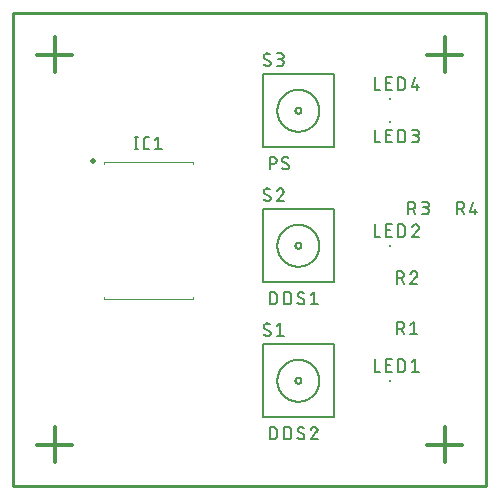
<source format=gbr>
G04 EAGLE Gerber RS-274X export*
G75*
%MOMM*%
%FSLAX34Y34*%
%LPD*%
%INSilkscreen Top*%
%IPPOS*%
%AMOC8*
5,1,8,0,0,1.08239X$1,22.5*%
G01*
G04 Define Apertures*
%ADD10C,0.203200*%
%ADD11C,0.300000*%
%ADD12C,0.500000*%
%ADD13C,0.120000*%
%ADD14C,0.127000*%
%ADD15C,0.152400*%
%ADD16R,0.250000X0.250000*%
%ADD17C,0.254000*%
D10*
X216916Y267716D02*
X216916Y278384D01*
X219879Y278384D01*
X219986Y278382D01*
X220093Y278376D01*
X220199Y278367D01*
X220305Y278353D01*
X220411Y278336D01*
X220516Y278315D01*
X220620Y278290D01*
X220723Y278261D01*
X220825Y278229D01*
X220926Y278193D01*
X221025Y278153D01*
X221123Y278110D01*
X221219Y278063D01*
X221314Y278013D01*
X221407Y277960D01*
X221497Y277903D01*
X221586Y277843D01*
X221672Y277780D01*
X221756Y277714D01*
X221838Y277644D01*
X221917Y277572D01*
X221993Y277497D01*
X222067Y277419D01*
X222137Y277339D01*
X222205Y277256D01*
X222270Y277171D01*
X222331Y277084D01*
X222390Y276994D01*
X222445Y276903D01*
X222497Y276809D01*
X222545Y276713D01*
X222590Y276616D01*
X222632Y276518D01*
X222669Y276418D01*
X222704Y276316D01*
X222734Y276214D01*
X222761Y276110D01*
X222784Y276006D01*
X222803Y275900D01*
X222818Y275794D01*
X222830Y275688D01*
X222838Y275581D01*
X222842Y275474D01*
X222842Y275368D01*
X222838Y275261D01*
X222830Y275154D01*
X222818Y275048D01*
X222803Y274942D01*
X222784Y274836D01*
X222761Y274732D01*
X222734Y274628D01*
X222704Y274526D01*
X222669Y274424D01*
X222632Y274324D01*
X222590Y274226D01*
X222545Y274129D01*
X222497Y274033D01*
X222445Y273940D01*
X222390Y273848D01*
X222331Y273758D01*
X222270Y273671D01*
X222205Y273586D01*
X222137Y273503D01*
X222067Y273423D01*
X221993Y273345D01*
X221917Y273270D01*
X221838Y273198D01*
X221756Y273128D01*
X221672Y273062D01*
X221586Y272999D01*
X221497Y272939D01*
X221407Y272882D01*
X221314Y272829D01*
X221219Y272779D01*
X221123Y272732D01*
X221025Y272689D01*
X220926Y272649D01*
X220825Y272613D01*
X220723Y272581D01*
X220620Y272552D01*
X220516Y272527D01*
X220411Y272506D01*
X220305Y272489D01*
X220199Y272475D01*
X220093Y272466D01*
X219986Y272460D01*
X219879Y272458D01*
X219879Y272457D02*
X216916Y272457D01*
X230886Y267716D02*
X230982Y267718D01*
X231077Y267724D01*
X231172Y267733D01*
X231266Y267747D01*
X231360Y267764D01*
X231453Y267785D01*
X231546Y267810D01*
X231637Y267838D01*
X231727Y267870D01*
X231815Y267906D01*
X231902Y267945D01*
X231988Y267988D01*
X232072Y268034D01*
X232153Y268083D01*
X232233Y268136D01*
X232310Y268192D01*
X232386Y268250D01*
X232458Y268312D01*
X232528Y268377D01*
X232596Y268445D01*
X232661Y268515D01*
X232723Y268587D01*
X232781Y268663D01*
X232837Y268740D01*
X232890Y268820D01*
X232939Y268902D01*
X232985Y268985D01*
X233028Y269071D01*
X233067Y269158D01*
X233103Y269246D01*
X233135Y269336D01*
X233163Y269427D01*
X233188Y269520D01*
X233209Y269613D01*
X233226Y269707D01*
X233240Y269801D01*
X233249Y269896D01*
X233255Y269992D01*
X233257Y270087D01*
X230886Y267716D02*
X230750Y267718D01*
X230613Y267723D01*
X230477Y267733D01*
X230342Y267746D01*
X230206Y267762D01*
X230072Y267783D01*
X229937Y267807D01*
X229804Y267834D01*
X229671Y267866D01*
X229539Y267900D01*
X229408Y267939D01*
X229279Y267981D01*
X229150Y268026D01*
X229023Y268075D01*
X228897Y268128D01*
X228773Y268184D01*
X228650Y268243D01*
X228529Y268305D01*
X228409Y268371D01*
X228292Y268440D01*
X228176Y268513D01*
X228062Y268588D01*
X227951Y268666D01*
X227841Y268748D01*
X227734Y268832D01*
X227630Y268919D01*
X227527Y269009D01*
X227427Y269102D01*
X227330Y269198D01*
X227626Y276013D02*
X227628Y276108D01*
X227634Y276204D01*
X227643Y276299D01*
X227657Y276393D01*
X227674Y276487D01*
X227695Y276580D01*
X227720Y276673D01*
X227748Y276764D01*
X227780Y276854D01*
X227816Y276942D01*
X227855Y277029D01*
X227898Y277115D01*
X227944Y277199D01*
X227993Y277280D01*
X228046Y277360D01*
X228102Y277437D01*
X228160Y277513D01*
X228222Y277585D01*
X228287Y277655D01*
X228355Y277723D01*
X228425Y277788D01*
X228497Y277850D01*
X228573Y277908D01*
X228650Y277964D01*
X228730Y278017D01*
X228812Y278066D01*
X228895Y278112D01*
X228981Y278155D01*
X229068Y278194D01*
X229156Y278230D01*
X229246Y278262D01*
X229337Y278290D01*
X229430Y278315D01*
X229523Y278336D01*
X229617Y278353D01*
X229711Y278367D01*
X229806Y278376D01*
X229902Y278382D01*
X229997Y278384D01*
X230127Y278382D01*
X230257Y278376D01*
X230387Y278367D01*
X230516Y278354D01*
X230645Y278337D01*
X230773Y278316D01*
X230901Y278291D01*
X231028Y278263D01*
X231154Y278231D01*
X231279Y278195D01*
X231403Y278156D01*
X231525Y278113D01*
X231647Y278067D01*
X231767Y278016D01*
X231885Y277963D01*
X232002Y277906D01*
X232117Y277846D01*
X232231Y277782D01*
X232342Y277715D01*
X232452Y277645D01*
X232559Y277571D01*
X232664Y277495D01*
X228812Y273938D02*
X228730Y273989D01*
X228650Y274043D01*
X228572Y274099D01*
X228497Y274159D01*
X228424Y274222D01*
X228354Y274288D01*
X228287Y274356D01*
X228222Y274427D01*
X228160Y274501D01*
X228101Y274577D01*
X228045Y274655D01*
X227993Y274736D01*
X227943Y274818D01*
X227897Y274903D01*
X227855Y274989D01*
X227815Y275077D01*
X227780Y275166D01*
X227748Y275257D01*
X227719Y275349D01*
X227695Y275442D01*
X227674Y275535D01*
X227657Y275630D01*
X227643Y275725D01*
X227634Y275821D01*
X227628Y275917D01*
X227626Y276013D01*
X232072Y272162D02*
X232153Y272111D01*
X232233Y272057D01*
X232311Y272001D01*
X232386Y271941D01*
X232459Y271878D01*
X232529Y271812D01*
X232596Y271744D01*
X232661Y271673D01*
X232723Y271599D01*
X232782Y271523D01*
X232838Y271445D01*
X232890Y271364D01*
X232940Y271282D01*
X232986Y271197D01*
X233028Y271111D01*
X233068Y271023D01*
X233103Y270934D01*
X233135Y270843D01*
X233164Y270751D01*
X233188Y270658D01*
X233209Y270565D01*
X233226Y270470D01*
X233240Y270375D01*
X233249Y270279D01*
X233255Y270183D01*
X233257Y270087D01*
X232071Y272161D02*
X228812Y273939D01*
X216916Y164084D02*
X216916Y153416D01*
X216916Y164084D02*
X219879Y164084D01*
X219985Y164082D01*
X220090Y164076D01*
X220196Y164067D01*
X220301Y164054D01*
X220405Y164037D01*
X220509Y164016D01*
X220612Y163992D01*
X220714Y163964D01*
X220815Y163932D01*
X220914Y163897D01*
X221013Y163858D01*
X221110Y163816D01*
X221205Y163771D01*
X221299Y163722D01*
X221391Y163669D01*
X221481Y163614D01*
X221569Y163555D01*
X221655Y163493D01*
X221738Y163428D01*
X221819Y163360D01*
X221898Y163290D01*
X221974Y163216D01*
X222048Y163140D01*
X222118Y163061D01*
X222186Y162980D01*
X222251Y162897D01*
X222313Y162811D01*
X222372Y162723D01*
X222427Y162633D01*
X222480Y162541D01*
X222529Y162447D01*
X222574Y162352D01*
X222616Y162255D01*
X222655Y162156D01*
X222690Y162057D01*
X222722Y161956D01*
X222750Y161854D01*
X222774Y161751D01*
X222795Y161647D01*
X222812Y161543D01*
X222825Y161438D01*
X222834Y161332D01*
X222840Y161227D01*
X222842Y161121D01*
X222843Y161121D02*
X222843Y156379D01*
X222842Y156379D02*
X222840Y156273D01*
X222834Y156168D01*
X222825Y156062D01*
X222812Y155957D01*
X222795Y155853D01*
X222774Y155749D01*
X222750Y155646D01*
X222722Y155544D01*
X222690Y155443D01*
X222655Y155344D01*
X222616Y155245D01*
X222574Y155148D01*
X222529Y155053D01*
X222480Y154959D01*
X222427Y154867D01*
X222372Y154777D01*
X222313Y154689D01*
X222251Y154603D01*
X222186Y154520D01*
X222118Y154439D01*
X222048Y154360D01*
X221974Y154284D01*
X221898Y154210D01*
X221819Y154140D01*
X221738Y154072D01*
X221655Y154007D01*
X221569Y153945D01*
X221481Y153886D01*
X221391Y153831D01*
X221299Y153778D01*
X221205Y153729D01*
X221110Y153684D01*
X221013Y153642D01*
X220914Y153603D01*
X220815Y153568D01*
X220714Y153536D01*
X220612Y153508D01*
X220509Y153484D01*
X220405Y153463D01*
X220301Y153446D01*
X220196Y153433D01*
X220090Y153424D01*
X219985Y153418D01*
X219879Y153416D01*
X216916Y153416D01*
X229108Y153416D02*
X229108Y164084D01*
X232071Y164084D01*
X232177Y164082D01*
X232282Y164076D01*
X232388Y164067D01*
X232493Y164054D01*
X232597Y164037D01*
X232701Y164016D01*
X232804Y163992D01*
X232906Y163964D01*
X233007Y163932D01*
X233106Y163897D01*
X233205Y163858D01*
X233302Y163816D01*
X233397Y163771D01*
X233491Y163722D01*
X233583Y163669D01*
X233673Y163614D01*
X233761Y163555D01*
X233847Y163493D01*
X233930Y163428D01*
X234011Y163360D01*
X234090Y163290D01*
X234166Y163216D01*
X234240Y163140D01*
X234310Y163061D01*
X234378Y162980D01*
X234443Y162897D01*
X234505Y162811D01*
X234564Y162723D01*
X234619Y162633D01*
X234672Y162541D01*
X234721Y162447D01*
X234766Y162352D01*
X234808Y162255D01*
X234847Y162156D01*
X234882Y162057D01*
X234914Y161956D01*
X234942Y161854D01*
X234966Y161751D01*
X234987Y161647D01*
X235004Y161543D01*
X235017Y161438D01*
X235026Y161332D01*
X235032Y161227D01*
X235034Y161121D01*
X235035Y161121D02*
X235035Y156379D01*
X235034Y156379D02*
X235032Y156273D01*
X235026Y156168D01*
X235017Y156062D01*
X235004Y155957D01*
X234987Y155853D01*
X234966Y155749D01*
X234942Y155646D01*
X234914Y155544D01*
X234882Y155443D01*
X234847Y155344D01*
X234808Y155245D01*
X234766Y155148D01*
X234721Y155053D01*
X234672Y154959D01*
X234619Y154867D01*
X234564Y154777D01*
X234505Y154689D01*
X234443Y154603D01*
X234378Y154520D01*
X234310Y154439D01*
X234240Y154360D01*
X234166Y154284D01*
X234090Y154210D01*
X234011Y154140D01*
X233930Y154072D01*
X233847Y154007D01*
X233761Y153945D01*
X233673Y153886D01*
X233583Y153831D01*
X233491Y153778D01*
X233397Y153729D01*
X233302Y153684D01*
X233205Y153642D01*
X233106Y153603D01*
X233007Y153568D01*
X232906Y153536D01*
X232804Y153508D01*
X232701Y153484D01*
X232597Y153463D01*
X232493Y153446D01*
X232388Y153433D01*
X232282Y153424D01*
X232177Y153418D01*
X232071Y153416D01*
X229108Y153416D01*
X244094Y153416D02*
X244190Y153418D01*
X244285Y153424D01*
X244380Y153433D01*
X244474Y153447D01*
X244568Y153464D01*
X244661Y153485D01*
X244754Y153510D01*
X244845Y153538D01*
X244935Y153570D01*
X245023Y153606D01*
X245110Y153645D01*
X245196Y153688D01*
X245280Y153734D01*
X245361Y153783D01*
X245441Y153836D01*
X245518Y153892D01*
X245594Y153950D01*
X245666Y154012D01*
X245736Y154077D01*
X245804Y154145D01*
X245869Y154215D01*
X245931Y154287D01*
X245989Y154363D01*
X246045Y154440D01*
X246098Y154520D01*
X246147Y154602D01*
X246193Y154685D01*
X246236Y154771D01*
X246275Y154858D01*
X246311Y154946D01*
X246343Y155036D01*
X246371Y155127D01*
X246396Y155220D01*
X246417Y155313D01*
X246434Y155407D01*
X246448Y155501D01*
X246457Y155596D01*
X246463Y155692D01*
X246465Y155787D01*
X244094Y153416D02*
X243958Y153418D01*
X243821Y153423D01*
X243685Y153433D01*
X243550Y153446D01*
X243414Y153462D01*
X243280Y153483D01*
X243145Y153507D01*
X243012Y153534D01*
X242879Y153566D01*
X242747Y153600D01*
X242616Y153639D01*
X242487Y153681D01*
X242358Y153726D01*
X242231Y153775D01*
X242105Y153828D01*
X241981Y153884D01*
X241858Y153943D01*
X241737Y154005D01*
X241617Y154071D01*
X241500Y154140D01*
X241384Y154213D01*
X241270Y154288D01*
X241159Y154366D01*
X241049Y154448D01*
X240942Y154532D01*
X240838Y154619D01*
X240735Y154709D01*
X240635Y154802D01*
X240538Y154898D01*
X240834Y161713D02*
X240836Y161808D01*
X240842Y161904D01*
X240851Y161999D01*
X240865Y162093D01*
X240882Y162187D01*
X240903Y162280D01*
X240928Y162373D01*
X240956Y162464D01*
X240988Y162554D01*
X241024Y162642D01*
X241063Y162729D01*
X241106Y162815D01*
X241152Y162899D01*
X241201Y162980D01*
X241254Y163060D01*
X241310Y163137D01*
X241368Y163213D01*
X241430Y163285D01*
X241495Y163355D01*
X241563Y163423D01*
X241633Y163488D01*
X241705Y163550D01*
X241781Y163608D01*
X241858Y163664D01*
X241938Y163717D01*
X242020Y163766D01*
X242103Y163812D01*
X242189Y163855D01*
X242276Y163894D01*
X242364Y163930D01*
X242454Y163962D01*
X242545Y163990D01*
X242638Y164015D01*
X242731Y164036D01*
X242825Y164053D01*
X242919Y164067D01*
X243014Y164076D01*
X243110Y164082D01*
X243205Y164084D01*
X243335Y164082D01*
X243465Y164076D01*
X243595Y164067D01*
X243724Y164054D01*
X243853Y164037D01*
X243981Y164016D01*
X244109Y163991D01*
X244236Y163963D01*
X244362Y163931D01*
X244487Y163895D01*
X244611Y163856D01*
X244733Y163813D01*
X244855Y163767D01*
X244975Y163716D01*
X245093Y163663D01*
X245210Y163606D01*
X245325Y163546D01*
X245439Y163482D01*
X245550Y163415D01*
X245660Y163345D01*
X245767Y163271D01*
X245872Y163195D01*
X242020Y159638D02*
X241938Y159689D01*
X241858Y159743D01*
X241780Y159799D01*
X241705Y159859D01*
X241632Y159922D01*
X241562Y159988D01*
X241495Y160056D01*
X241430Y160127D01*
X241368Y160201D01*
X241309Y160277D01*
X241253Y160355D01*
X241201Y160436D01*
X241151Y160518D01*
X241105Y160603D01*
X241063Y160689D01*
X241023Y160777D01*
X240988Y160866D01*
X240956Y160957D01*
X240927Y161049D01*
X240903Y161142D01*
X240882Y161235D01*
X240865Y161330D01*
X240851Y161425D01*
X240842Y161521D01*
X240836Y161617D01*
X240834Y161713D01*
X245280Y157862D02*
X245361Y157811D01*
X245441Y157757D01*
X245519Y157701D01*
X245594Y157641D01*
X245667Y157578D01*
X245737Y157512D01*
X245804Y157444D01*
X245869Y157373D01*
X245931Y157299D01*
X245990Y157223D01*
X246046Y157145D01*
X246098Y157064D01*
X246148Y156982D01*
X246194Y156897D01*
X246236Y156811D01*
X246276Y156723D01*
X246311Y156634D01*
X246343Y156543D01*
X246372Y156451D01*
X246396Y156358D01*
X246417Y156265D01*
X246434Y156170D01*
X246448Y156075D01*
X246457Y155979D01*
X246463Y155883D01*
X246465Y155787D01*
X245279Y157861D02*
X242020Y159639D01*
X251587Y161713D02*
X254550Y164084D01*
X254550Y153416D01*
X251587Y153416D02*
X257514Y153416D01*
X216916Y49784D02*
X216916Y39116D01*
X216916Y49784D02*
X219879Y49784D01*
X219985Y49782D01*
X220090Y49776D01*
X220196Y49767D01*
X220301Y49754D01*
X220405Y49737D01*
X220509Y49716D01*
X220612Y49692D01*
X220714Y49664D01*
X220815Y49632D01*
X220914Y49597D01*
X221013Y49558D01*
X221110Y49516D01*
X221205Y49471D01*
X221299Y49422D01*
X221391Y49369D01*
X221481Y49314D01*
X221569Y49255D01*
X221655Y49193D01*
X221738Y49128D01*
X221819Y49060D01*
X221898Y48990D01*
X221974Y48916D01*
X222048Y48840D01*
X222118Y48761D01*
X222186Y48680D01*
X222251Y48597D01*
X222313Y48511D01*
X222372Y48423D01*
X222427Y48333D01*
X222480Y48241D01*
X222529Y48147D01*
X222574Y48052D01*
X222616Y47955D01*
X222655Y47856D01*
X222690Y47757D01*
X222722Y47656D01*
X222750Y47554D01*
X222774Y47451D01*
X222795Y47347D01*
X222812Y47243D01*
X222825Y47138D01*
X222834Y47032D01*
X222840Y46927D01*
X222842Y46821D01*
X222843Y46821D02*
X222843Y42079D01*
X222842Y42079D02*
X222840Y41973D01*
X222834Y41868D01*
X222825Y41762D01*
X222812Y41657D01*
X222795Y41553D01*
X222774Y41449D01*
X222750Y41346D01*
X222722Y41244D01*
X222690Y41143D01*
X222655Y41044D01*
X222616Y40945D01*
X222574Y40848D01*
X222529Y40753D01*
X222480Y40659D01*
X222427Y40567D01*
X222372Y40477D01*
X222313Y40389D01*
X222251Y40303D01*
X222186Y40220D01*
X222118Y40139D01*
X222048Y40060D01*
X221974Y39984D01*
X221898Y39910D01*
X221819Y39840D01*
X221738Y39772D01*
X221655Y39707D01*
X221569Y39645D01*
X221481Y39586D01*
X221391Y39531D01*
X221299Y39478D01*
X221205Y39429D01*
X221110Y39384D01*
X221013Y39342D01*
X220914Y39303D01*
X220815Y39268D01*
X220714Y39236D01*
X220612Y39208D01*
X220509Y39184D01*
X220405Y39163D01*
X220301Y39146D01*
X220196Y39133D01*
X220090Y39124D01*
X219985Y39118D01*
X219879Y39116D01*
X216916Y39116D01*
X229108Y39116D02*
X229108Y49784D01*
X232071Y49784D01*
X232177Y49782D01*
X232282Y49776D01*
X232388Y49767D01*
X232493Y49754D01*
X232597Y49737D01*
X232701Y49716D01*
X232804Y49692D01*
X232906Y49664D01*
X233007Y49632D01*
X233106Y49597D01*
X233205Y49558D01*
X233302Y49516D01*
X233397Y49471D01*
X233491Y49422D01*
X233583Y49369D01*
X233673Y49314D01*
X233761Y49255D01*
X233847Y49193D01*
X233930Y49128D01*
X234011Y49060D01*
X234090Y48990D01*
X234166Y48916D01*
X234240Y48840D01*
X234310Y48761D01*
X234378Y48680D01*
X234443Y48597D01*
X234505Y48511D01*
X234564Y48423D01*
X234619Y48333D01*
X234672Y48241D01*
X234721Y48147D01*
X234766Y48052D01*
X234808Y47955D01*
X234847Y47856D01*
X234882Y47757D01*
X234914Y47656D01*
X234942Y47554D01*
X234966Y47451D01*
X234987Y47347D01*
X235004Y47243D01*
X235017Y47138D01*
X235026Y47032D01*
X235032Y46927D01*
X235034Y46821D01*
X235035Y46821D02*
X235035Y42079D01*
X235034Y42079D02*
X235032Y41973D01*
X235026Y41868D01*
X235017Y41762D01*
X235004Y41657D01*
X234987Y41553D01*
X234966Y41449D01*
X234942Y41346D01*
X234914Y41244D01*
X234882Y41143D01*
X234847Y41044D01*
X234808Y40945D01*
X234766Y40848D01*
X234721Y40753D01*
X234672Y40659D01*
X234619Y40567D01*
X234564Y40477D01*
X234505Y40389D01*
X234443Y40303D01*
X234378Y40220D01*
X234310Y40139D01*
X234240Y40060D01*
X234166Y39984D01*
X234090Y39910D01*
X234011Y39840D01*
X233930Y39772D01*
X233847Y39707D01*
X233761Y39645D01*
X233673Y39586D01*
X233583Y39531D01*
X233491Y39478D01*
X233397Y39429D01*
X233302Y39384D01*
X233205Y39342D01*
X233106Y39303D01*
X233007Y39268D01*
X232906Y39236D01*
X232804Y39208D01*
X232701Y39184D01*
X232597Y39163D01*
X232493Y39146D01*
X232388Y39133D01*
X232282Y39124D01*
X232177Y39118D01*
X232071Y39116D01*
X229108Y39116D01*
X244094Y39116D02*
X244190Y39118D01*
X244285Y39124D01*
X244380Y39133D01*
X244474Y39147D01*
X244568Y39164D01*
X244661Y39185D01*
X244754Y39210D01*
X244845Y39238D01*
X244935Y39270D01*
X245023Y39306D01*
X245110Y39345D01*
X245196Y39388D01*
X245280Y39434D01*
X245361Y39483D01*
X245441Y39536D01*
X245518Y39592D01*
X245594Y39650D01*
X245666Y39712D01*
X245736Y39777D01*
X245804Y39845D01*
X245869Y39915D01*
X245931Y39987D01*
X245989Y40063D01*
X246045Y40140D01*
X246098Y40220D01*
X246147Y40302D01*
X246193Y40385D01*
X246236Y40471D01*
X246275Y40558D01*
X246311Y40646D01*
X246343Y40736D01*
X246371Y40827D01*
X246396Y40920D01*
X246417Y41013D01*
X246434Y41107D01*
X246448Y41201D01*
X246457Y41296D01*
X246463Y41392D01*
X246465Y41487D01*
X244094Y39116D02*
X243958Y39118D01*
X243821Y39123D01*
X243685Y39133D01*
X243550Y39146D01*
X243414Y39162D01*
X243280Y39183D01*
X243145Y39207D01*
X243012Y39234D01*
X242879Y39266D01*
X242747Y39300D01*
X242616Y39339D01*
X242487Y39381D01*
X242358Y39426D01*
X242231Y39475D01*
X242105Y39528D01*
X241981Y39584D01*
X241858Y39643D01*
X241737Y39705D01*
X241617Y39771D01*
X241500Y39840D01*
X241384Y39913D01*
X241270Y39988D01*
X241159Y40066D01*
X241049Y40148D01*
X240942Y40232D01*
X240838Y40319D01*
X240735Y40409D01*
X240635Y40502D01*
X240538Y40598D01*
X240834Y47413D02*
X240836Y47508D01*
X240842Y47604D01*
X240851Y47699D01*
X240865Y47793D01*
X240882Y47887D01*
X240903Y47980D01*
X240928Y48073D01*
X240956Y48164D01*
X240988Y48254D01*
X241024Y48342D01*
X241063Y48429D01*
X241106Y48515D01*
X241152Y48599D01*
X241201Y48680D01*
X241254Y48760D01*
X241310Y48837D01*
X241368Y48913D01*
X241430Y48985D01*
X241495Y49055D01*
X241563Y49123D01*
X241633Y49188D01*
X241705Y49250D01*
X241781Y49308D01*
X241858Y49364D01*
X241938Y49417D01*
X242020Y49466D01*
X242103Y49512D01*
X242189Y49555D01*
X242276Y49594D01*
X242364Y49630D01*
X242454Y49662D01*
X242545Y49690D01*
X242638Y49715D01*
X242731Y49736D01*
X242825Y49753D01*
X242919Y49767D01*
X243014Y49776D01*
X243110Y49782D01*
X243205Y49784D01*
X243335Y49782D01*
X243465Y49776D01*
X243595Y49767D01*
X243724Y49754D01*
X243853Y49737D01*
X243981Y49716D01*
X244109Y49691D01*
X244236Y49663D01*
X244362Y49631D01*
X244487Y49595D01*
X244611Y49556D01*
X244733Y49513D01*
X244855Y49467D01*
X244975Y49416D01*
X245093Y49363D01*
X245210Y49306D01*
X245325Y49246D01*
X245439Y49182D01*
X245550Y49115D01*
X245660Y49045D01*
X245767Y48971D01*
X245872Y48895D01*
X242020Y45338D02*
X241938Y45389D01*
X241858Y45443D01*
X241780Y45499D01*
X241705Y45559D01*
X241632Y45622D01*
X241562Y45688D01*
X241495Y45756D01*
X241430Y45827D01*
X241368Y45901D01*
X241309Y45977D01*
X241253Y46055D01*
X241201Y46136D01*
X241151Y46218D01*
X241105Y46303D01*
X241063Y46389D01*
X241023Y46477D01*
X240988Y46566D01*
X240956Y46657D01*
X240927Y46749D01*
X240903Y46842D01*
X240882Y46935D01*
X240865Y47030D01*
X240851Y47125D01*
X240842Y47221D01*
X240836Y47317D01*
X240834Y47413D01*
X245280Y43562D02*
X245361Y43511D01*
X245441Y43457D01*
X245519Y43401D01*
X245594Y43341D01*
X245667Y43278D01*
X245737Y43212D01*
X245804Y43144D01*
X245869Y43073D01*
X245931Y42999D01*
X245990Y42923D01*
X246046Y42845D01*
X246098Y42764D01*
X246148Y42682D01*
X246194Y42597D01*
X246236Y42511D01*
X246276Y42423D01*
X246311Y42334D01*
X246343Y42243D01*
X246372Y42151D01*
X246396Y42058D01*
X246417Y41965D01*
X246434Y41870D01*
X246448Y41775D01*
X246457Y41679D01*
X246463Y41583D01*
X246465Y41487D01*
X245279Y43561D02*
X242020Y45339D01*
X254847Y49784D02*
X254949Y49782D01*
X255051Y49776D01*
X255153Y49766D01*
X255254Y49753D01*
X255355Y49735D01*
X255455Y49714D01*
X255554Y49689D01*
X255652Y49660D01*
X255748Y49627D01*
X255844Y49591D01*
X255938Y49551D01*
X256030Y49507D01*
X256121Y49460D01*
X256210Y49409D01*
X256297Y49356D01*
X256381Y49298D01*
X256464Y49238D01*
X256544Y49175D01*
X256621Y49108D01*
X256696Y49039D01*
X256769Y48966D01*
X256838Y48891D01*
X256905Y48814D01*
X256968Y48734D01*
X257028Y48651D01*
X257086Y48567D01*
X257139Y48480D01*
X257190Y48391D01*
X257237Y48300D01*
X257281Y48208D01*
X257321Y48114D01*
X257357Y48018D01*
X257390Y47922D01*
X257419Y47824D01*
X257444Y47725D01*
X257465Y47625D01*
X257483Y47524D01*
X257496Y47423D01*
X257506Y47321D01*
X257512Y47219D01*
X257514Y47117D01*
X254847Y49784D02*
X254731Y49782D01*
X254614Y49776D01*
X254498Y49766D01*
X254383Y49752D01*
X254268Y49735D01*
X254153Y49713D01*
X254040Y49687D01*
X253927Y49658D01*
X253815Y49625D01*
X253705Y49588D01*
X253596Y49547D01*
X253488Y49503D01*
X253382Y49455D01*
X253278Y49403D01*
X253175Y49348D01*
X253074Y49290D01*
X252976Y49228D01*
X252879Y49163D01*
X252785Y49094D01*
X252693Y49022D01*
X252604Y48948D01*
X252517Y48870D01*
X252433Y48789D01*
X252352Y48706D01*
X252274Y48620D01*
X252198Y48531D01*
X252126Y48440D01*
X252057Y48346D01*
X251991Y48250D01*
X251928Y48152D01*
X251869Y48052D01*
X251813Y47950D01*
X251761Y47846D01*
X251712Y47740D01*
X251667Y47633D01*
X251625Y47524D01*
X251588Y47414D01*
X256625Y45042D02*
X256700Y45116D01*
X256772Y45193D01*
X256841Y45273D01*
X256908Y45355D01*
X256971Y45439D01*
X257031Y45526D01*
X257088Y45614D01*
X257142Y45705D01*
X257192Y45798D01*
X257239Y45892D01*
X257282Y45988D01*
X257322Y46086D01*
X257358Y46185D01*
X257391Y46285D01*
X257419Y46387D01*
X257444Y46489D01*
X257466Y46593D01*
X257483Y46697D01*
X257497Y46801D01*
X257506Y46906D01*
X257512Y47012D01*
X257514Y47117D01*
X256625Y45043D02*
X251587Y39116D01*
X257514Y39116D01*
D11*
X35000Y350000D02*
X35000Y380000D01*
X20000Y365000D02*
X50000Y365000D01*
X50000Y34800D02*
X20000Y34800D01*
X350200Y34800D02*
X380200Y34800D01*
X380200Y365000D02*
X350200Y365000D01*
X365200Y380000D02*
X365200Y350000D01*
X365200Y49800D02*
X365200Y19800D01*
X35000Y19800D02*
X35000Y49800D01*
D12*
X67758Y274748D03*
D13*
X76800Y273650D02*
X76800Y272248D01*
X76800Y273650D02*
X151800Y273650D01*
X151800Y272248D01*
X76800Y159552D02*
X76800Y158150D01*
X151800Y158150D01*
X151800Y159552D01*
D10*
X104077Y284614D02*
X104077Y295282D01*
X102891Y284614D02*
X105262Y284614D01*
X105262Y295282D02*
X102891Y295282D01*
X112578Y284614D02*
X114949Y284614D01*
X112578Y284614D02*
X112483Y284616D01*
X112387Y284622D01*
X112292Y284631D01*
X112198Y284645D01*
X112104Y284662D01*
X112011Y284683D01*
X111918Y284708D01*
X111827Y284736D01*
X111737Y284768D01*
X111649Y284804D01*
X111562Y284843D01*
X111476Y284886D01*
X111392Y284932D01*
X111311Y284981D01*
X111231Y285034D01*
X111154Y285090D01*
X111078Y285148D01*
X111006Y285210D01*
X110936Y285275D01*
X110868Y285343D01*
X110803Y285413D01*
X110741Y285485D01*
X110683Y285561D01*
X110627Y285638D01*
X110574Y285718D01*
X110525Y285800D01*
X110479Y285883D01*
X110436Y285969D01*
X110397Y286056D01*
X110361Y286144D01*
X110329Y286234D01*
X110301Y286325D01*
X110276Y286418D01*
X110255Y286511D01*
X110238Y286605D01*
X110224Y286699D01*
X110215Y286794D01*
X110209Y286890D01*
X110207Y286985D01*
X110207Y292911D01*
X110209Y293006D01*
X110215Y293102D01*
X110224Y293197D01*
X110238Y293291D01*
X110255Y293385D01*
X110276Y293478D01*
X110301Y293571D01*
X110329Y293662D01*
X110361Y293752D01*
X110397Y293840D01*
X110436Y293927D01*
X110479Y294013D01*
X110525Y294096D01*
X110574Y294178D01*
X110627Y294258D01*
X110683Y294335D01*
X110741Y294411D01*
X110803Y294483D01*
X110868Y294553D01*
X110936Y294621D01*
X111006Y294686D01*
X111078Y294748D01*
X111154Y294806D01*
X111231Y294862D01*
X111311Y294915D01*
X111392Y294964D01*
X111476Y295010D01*
X111562Y295053D01*
X111649Y295092D01*
X111737Y295128D01*
X111827Y295160D01*
X111918Y295188D01*
X112011Y295213D01*
X112104Y295234D01*
X112198Y295251D01*
X112292Y295265D01*
X112387Y295274D01*
X112482Y295280D01*
X112578Y295282D01*
X114949Y295282D01*
X119782Y292911D02*
X122745Y295282D01*
X122745Y284614D01*
X119782Y284614D02*
X125709Y284614D01*
D14*
X211300Y119900D02*
X271300Y119900D01*
X271300Y57900D01*
X211300Y57900D01*
X211300Y119900D01*
D15*
X223520Y88900D02*
X223525Y89336D01*
X223541Y89772D01*
X223568Y90208D01*
X223606Y90643D01*
X223654Y91076D01*
X223712Y91509D01*
X223782Y91940D01*
X223862Y92369D01*
X223952Y92796D01*
X224053Y93220D01*
X224164Y93642D01*
X224286Y94061D01*
X224417Y94477D01*
X224559Y94890D01*
X224711Y95299D01*
X224873Y95704D01*
X225045Y96105D01*
X225227Y96502D01*
X225418Y96894D01*
X225619Y97281D01*
X225830Y97664D01*
X226050Y98041D01*
X226279Y98412D01*
X226516Y98778D01*
X226763Y99138D01*
X227019Y99492D01*
X227283Y99839D01*
X227556Y100180D01*
X227837Y100513D01*
X228126Y100840D01*
X228423Y101160D01*
X228728Y101472D01*
X229040Y101777D01*
X229360Y102074D01*
X229687Y102363D01*
X230020Y102644D01*
X230361Y102917D01*
X230708Y103181D01*
X231062Y103437D01*
X231422Y103684D01*
X231788Y103921D01*
X232159Y104150D01*
X232536Y104370D01*
X232919Y104581D01*
X233306Y104782D01*
X233698Y104973D01*
X234095Y105155D01*
X234496Y105327D01*
X234901Y105489D01*
X235310Y105641D01*
X235723Y105783D01*
X236139Y105914D01*
X236558Y106036D01*
X236980Y106147D01*
X237404Y106248D01*
X237831Y106338D01*
X238260Y106418D01*
X238691Y106488D01*
X239124Y106546D01*
X239557Y106594D01*
X239992Y106632D01*
X240428Y106659D01*
X240864Y106675D01*
X241300Y106680D01*
X241736Y106675D01*
X242172Y106659D01*
X242608Y106632D01*
X243043Y106594D01*
X243476Y106546D01*
X243909Y106488D01*
X244340Y106418D01*
X244769Y106338D01*
X245196Y106248D01*
X245620Y106147D01*
X246042Y106036D01*
X246461Y105914D01*
X246877Y105783D01*
X247290Y105641D01*
X247699Y105489D01*
X248104Y105327D01*
X248505Y105155D01*
X248902Y104973D01*
X249294Y104782D01*
X249681Y104581D01*
X250064Y104370D01*
X250441Y104150D01*
X250812Y103921D01*
X251178Y103684D01*
X251538Y103437D01*
X251892Y103181D01*
X252239Y102917D01*
X252580Y102644D01*
X252913Y102363D01*
X253240Y102074D01*
X253560Y101777D01*
X253872Y101472D01*
X254177Y101160D01*
X254474Y100840D01*
X254763Y100513D01*
X255044Y100180D01*
X255317Y99839D01*
X255581Y99492D01*
X255837Y99138D01*
X256084Y98778D01*
X256321Y98412D01*
X256550Y98041D01*
X256770Y97664D01*
X256981Y97281D01*
X257182Y96894D01*
X257373Y96502D01*
X257555Y96105D01*
X257727Y95704D01*
X257889Y95299D01*
X258041Y94890D01*
X258183Y94477D01*
X258314Y94061D01*
X258436Y93642D01*
X258547Y93220D01*
X258648Y92796D01*
X258738Y92369D01*
X258818Y91940D01*
X258888Y91509D01*
X258946Y91076D01*
X258994Y90643D01*
X259032Y90208D01*
X259059Y89772D01*
X259075Y89336D01*
X259080Y88900D01*
X259075Y88464D01*
X259059Y88028D01*
X259032Y87592D01*
X258994Y87157D01*
X258946Y86724D01*
X258888Y86291D01*
X258818Y85860D01*
X258738Y85431D01*
X258648Y85004D01*
X258547Y84580D01*
X258436Y84158D01*
X258314Y83739D01*
X258183Y83323D01*
X258041Y82910D01*
X257889Y82501D01*
X257727Y82096D01*
X257555Y81695D01*
X257373Y81298D01*
X257182Y80906D01*
X256981Y80519D01*
X256770Y80136D01*
X256550Y79759D01*
X256321Y79388D01*
X256084Y79022D01*
X255837Y78662D01*
X255581Y78308D01*
X255317Y77961D01*
X255044Y77620D01*
X254763Y77287D01*
X254474Y76960D01*
X254177Y76640D01*
X253872Y76328D01*
X253560Y76023D01*
X253240Y75726D01*
X252913Y75437D01*
X252580Y75156D01*
X252239Y74883D01*
X251892Y74619D01*
X251538Y74363D01*
X251178Y74116D01*
X250812Y73879D01*
X250441Y73650D01*
X250064Y73430D01*
X249681Y73219D01*
X249294Y73018D01*
X248902Y72827D01*
X248505Y72645D01*
X248104Y72473D01*
X247699Y72311D01*
X247290Y72159D01*
X246877Y72017D01*
X246461Y71886D01*
X246042Y71764D01*
X245620Y71653D01*
X245196Y71552D01*
X244769Y71462D01*
X244340Y71382D01*
X243909Y71312D01*
X243476Y71254D01*
X243043Y71206D01*
X242608Y71168D01*
X242172Y71141D01*
X241736Y71125D01*
X241300Y71120D01*
X240864Y71125D01*
X240428Y71141D01*
X239992Y71168D01*
X239557Y71206D01*
X239124Y71254D01*
X238691Y71312D01*
X238260Y71382D01*
X237831Y71462D01*
X237404Y71552D01*
X236980Y71653D01*
X236558Y71764D01*
X236139Y71886D01*
X235723Y72017D01*
X235310Y72159D01*
X234901Y72311D01*
X234496Y72473D01*
X234095Y72645D01*
X233698Y72827D01*
X233306Y73018D01*
X232919Y73219D01*
X232536Y73430D01*
X232159Y73650D01*
X231788Y73879D01*
X231422Y74116D01*
X231062Y74363D01*
X230708Y74619D01*
X230361Y74883D01*
X230020Y75156D01*
X229687Y75437D01*
X229360Y75726D01*
X229040Y76023D01*
X228728Y76328D01*
X228423Y76640D01*
X228126Y76960D01*
X227837Y77287D01*
X227556Y77620D01*
X227283Y77961D01*
X227019Y78308D01*
X226763Y78662D01*
X226516Y79022D01*
X226279Y79388D01*
X226050Y79759D01*
X225830Y80136D01*
X225619Y80519D01*
X225418Y80906D01*
X225227Y81298D01*
X225045Y81695D01*
X224873Y82096D01*
X224711Y82501D01*
X224559Y82910D01*
X224417Y83323D01*
X224286Y83739D01*
X224164Y84158D01*
X224053Y84580D01*
X223952Y85004D01*
X223862Y85431D01*
X223782Y85860D01*
X223712Y86291D01*
X223654Y86724D01*
X223606Y87157D01*
X223568Y87592D01*
X223541Y88028D01*
X223525Y88464D01*
X223520Y88900D01*
X238760Y88900D02*
X238762Y89000D01*
X238768Y89101D01*
X238778Y89200D01*
X238792Y89300D01*
X238809Y89399D01*
X238831Y89497D01*
X238857Y89594D01*
X238886Y89690D01*
X238919Y89784D01*
X238956Y89878D01*
X238996Y89970D01*
X239040Y90060D01*
X239088Y90148D01*
X239139Y90235D01*
X239193Y90319D01*
X239251Y90401D01*
X239312Y90481D01*
X239376Y90558D01*
X239443Y90633D01*
X239513Y90705D01*
X239586Y90774D01*
X239661Y90840D01*
X239739Y90904D01*
X239819Y90964D01*
X239902Y91021D01*
X239987Y91074D01*
X240074Y91124D01*
X240163Y91171D01*
X240253Y91214D01*
X240345Y91254D01*
X240439Y91290D01*
X240534Y91322D01*
X240630Y91350D01*
X240728Y91375D01*
X240826Y91395D01*
X240925Y91412D01*
X241025Y91425D01*
X241124Y91434D01*
X241225Y91439D01*
X241325Y91440D01*
X241425Y91437D01*
X241526Y91430D01*
X241625Y91419D01*
X241725Y91404D01*
X241823Y91386D01*
X241921Y91363D01*
X242018Y91336D01*
X242113Y91306D01*
X242208Y91272D01*
X242301Y91234D01*
X242392Y91193D01*
X242482Y91148D01*
X242570Y91100D01*
X242656Y91048D01*
X242740Y90993D01*
X242821Y90934D01*
X242900Y90872D01*
X242977Y90808D01*
X243051Y90740D01*
X243122Y90669D01*
X243191Y90596D01*
X243256Y90520D01*
X243319Y90441D01*
X243378Y90360D01*
X243434Y90277D01*
X243487Y90192D01*
X243536Y90104D01*
X243582Y90015D01*
X243624Y89924D01*
X243663Y89831D01*
X243698Y89737D01*
X243729Y89642D01*
X243757Y89545D01*
X243780Y89448D01*
X243800Y89349D01*
X243816Y89250D01*
X243828Y89151D01*
X243836Y89050D01*
X243840Y88950D01*
X243840Y88850D01*
X243836Y88750D01*
X243828Y88649D01*
X243816Y88550D01*
X243800Y88451D01*
X243780Y88352D01*
X243757Y88255D01*
X243729Y88158D01*
X243698Y88063D01*
X243663Y87969D01*
X243624Y87876D01*
X243582Y87785D01*
X243536Y87696D01*
X243487Y87608D01*
X243434Y87523D01*
X243378Y87440D01*
X243319Y87359D01*
X243256Y87280D01*
X243191Y87204D01*
X243122Y87131D01*
X243051Y87060D01*
X242977Y86992D01*
X242900Y86928D01*
X242821Y86866D01*
X242740Y86807D01*
X242656Y86752D01*
X242570Y86700D01*
X242482Y86652D01*
X242392Y86607D01*
X242301Y86566D01*
X242208Y86528D01*
X242113Y86494D01*
X242018Y86464D01*
X241921Y86437D01*
X241823Y86414D01*
X241725Y86396D01*
X241625Y86381D01*
X241526Y86370D01*
X241425Y86363D01*
X241325Y86360D01*
X241225Y86361D01*
X241124Y86366D01*
X241025Y86375D01*
X240925Y86388D01*
X240826Y86405D01*
X240728Y86425D01*
X240630Y86450D01*
X240534Y86478D01*
X240439Y86510D01*
X240345Y86546D01*
X240253Y86586D01*
X240163Y86629D01*
X240074Y86676D01*
X239987Y86726D01*
X239902Y86779D01*
X239819Y86836D01*
X239739Y86896D01*
X239661Y86960D01*
X239586Y87026D01*
X239513Y87095D01*
X239443Y87167D01*
X239376Y87242D01*
X239312Y87319D01*
X239251Y87399D01*
X239193Y87481D01*
X239139Y87565D01*
X239088Y87652D01*
X239040Y87740D01*
X238996Y87830D01*
X238956Y87922D01*
X238919Y88016D01*
X238886Y88110D01*
X238857Y88206D01*
X238831Y88303D01*
X238809Y88401D01*
X238792Y88500D01*
X238778Y88600D01*
X238768Y88699D01*
X238762Y88800D01*
X238760Y88900D01*
D10*
X215392Y126746D02*
X215488Y126748D01*
X215583Y126754D01*
X215678Y126763D01*
X215772Y126777D01*
X215866Y126794D01*
X215959Y126815D01*
X216052Y126840D01*
X216143Y126868D01*
X216233Y126900D01*
X216321Y126936D01*
X216408Y126975D01*
X216494Y127018D01*
X216578Y127064D01*
X216659Y127113D01*
X216739Y127166D01*
X216816Y127222D01*
X216892Y127280D01*
X216964Y127342D01*
X217034Y127407D01*
X217102Y127475D01*
X217167Y127545D01*
X217229Y127617D01*
X217287Y127693D01*
X217343Y127770D01*
X217396Y127850D01*
X217445Y127932D01*
X217491Y128015D01*
X217534Y128101D01*
X217573Y128188D01*
X217609Y128276D01*
X217641Y128366D01*
X217669Y128457D01*
X217694Y128550D01*
X217715Y128643D01*
X217732Y128737D01*
X217746Y128831D01*
X217755Y128926D01*
X217761Y129022D01*
X217763Y129117D01*
X215392Y126746D02*
X215256Y126748D01*
X215119Y126753D01*
X214983Y126763D01*
X214848Y126776D01*
X214712Y126792D01*
X214578Y126813D01*
X214443Y126837D01*
X214310Y126864D01*
X214177Y126896D01*
X214045Y126930D01*
X213914Y126969D01*
X213785Y127011D01*
X213656Y127056D01*
X213529Y127105D01*
X213403Y127158D01*
X213279Y127214D01*
X213156Y127273D01*
X213035Y127335D01*
X212915Y127401D01*
X212798Y127470D01*
X212682Y127543D01*
X212568Y127618D01*
X212457Y127696D01*
X212347Y127778D01*
X212240Y127862D01*
X212136Y127949D01*
X212033Y128039D01*
X211933Y128132D01*
X211836Y128228D01*
X212132Y135043D02*
X212134Y135138D01*
X212140Y135234D01*
X212149Y135329D01*
X212163Y135423D01*
X212180Y135517D01*
X212201Y135610D01*
X212226Y135703D01*
X212254Y135794D01*
X212286Y135884D01*
X212322Y135972D01*
X212361Y136059D01*
X212404Y136145D01*
X212450Y136229D01*
X212499Y136310D01*
X212552Y136390D01*
X212608Y136467D01*
X212666Y136543D01*
X212728Y136615D01*
X212793Y136685D01*
X212861Y136753D01*
X212931Y136818D01*
X213003Y136880D01*
X213079Y136938D01*
X213156Y136994D01*
X213236Y137047D01*
X213318Y137096D01*
X213401Y137142D01*
X213487Y137185D01*
X213574Y137224D01*
X213662Y137260D01*
X213752Y137292D01*
X213843Y137320D01*
X213936Y137345D01*
X214029Y137366D01*
X214123Y137383D01*
X214217Y137397D01*
X214312Y137406D01*
X214408Y137412D01*
X214503Y137414D01*
X214633Y137412D01*
X214763Y137406D01*
X214893Y137397D01*
X215022Y137384D01*
X215151Y137367D01*
X215279Y137346D01*
X215407Y137321D01*
X215534Y137293D01*
X215660Y137261D01*
X215785Y137225D01*
X215909Y137186D01*
X216031Y137143D01*
X216153Y137097D01*
X216273Y137046D01*
X216391Y136993D01*
X216508Y136936D01*
X216623Y136876D01*
X216737Y136812D01*
X216848Y136745D01*
X216958Y136675D01*
X217065Y136601D01*
X217170Y136525D01*
X213318Y132968D02*
X213236Y133019D01*
X213156Y133073D01*
X213078Y133129D01*
X213003Y133189D01*
X212930Y133252D01*
X212860Y133318D01*
X212793Y133386D01*
X212728Y133457D01*
X212666Y133531D01*
X212607Y133607D01*
X212551Y133685D01*
X212499Y133766D01*
X212449Y133848D01*
X212403Y133933D01*
X212361Y134019D01*
X212321Y134107D01*
X212286Y134196D01*
X212254Y134287D01*
X212225Y134379D01*
X212201Y134472D01*
X212180Y134565D01*
X212163Y134660D01*
X212149Y134755D01*
X212140Y134851D01*
X212134Y134947D01*
X212132Y135043D01*
X216578Y131192D02*
X216659Y131141D01*
X216739Y131087D01*
X216817Y131031D01*
X216892Y130971D01*
X216965Y130908D01*
X217035Y130842D01*
X217102Y130774D01*
X217167Y130703D01*
X217229Y130629D01*
X217288Y130553D01*
X217344Y130475D01*
X217396Y130394D01*
X217446Y130312D01*
X217492Y130227D01*
X217534Y130141D01*
X217574Y130053D01*
X217609Y129964D01*
X217641Y129873D01*
X217670Y129781D01*
X217694Y129688D01*
X217715Y129595D01*
X217732Y129500D01*
X217746Y129405D01*
X217755Y129309D01*
X217761Y129213D01*
X217763Y129117D01*
X216577Y131191D02*
X213318Y132969D01*
X222885Y135043D02*
X225848Y137414D01*
X225848Y126746D01*
X222885Y126746D02*
X228812Y126746D01*
D14*
X211300Y234200D02*
X271300Y234200D01*
X271300Y172200D01*
X211300Y172200D01*
X211300Y234200D01*
D15*
X223520Y203200D02*
X223525Y203636D01*
X223541Y204072D01*
X223568Y204508D01*
X223606Y204943D01*
X223654Y205376D01*
X223712Y205809D01*
X223782Y206240D01*
X223862Y206669D01*
X223952Y207096D01*
X224053Y207520D01*
X224164Y207942D01*
X224286Y208361D01*
X224417Y208777D01*
X224559Y209190D01*
X224711Y209599D01*
X224873Y210004D01*
X225045Y210405D01*
X225227Y210802D01*
X225418Y211194D01*
X225619Y211581D01*
X225830Y211964D01*
X226050Y212341D01*
X226279Y212712D01*
X226516Y213078D01*
X226763Y213438D01*
X227019Y213792D01*
X227283Y214139D01*
X227556Y214480D01*
X227837Y214813D01*
X228126Y215140D01*
X228423Y215460D01*
X228728Y215772D01*
X229040Y216077D01*
X229360Y216374D01*
X229687Y216663D01*
X230020Y216944D01*
X230361Y217217D01*
X230708Y217481D01*
X231062Y217737D01*
X231422Y217984D01*
X231788Y218221D01*
X232159Y218450D01*
X232536Y218670D01*
X232919Y218881D01*
X233306Y219082D01*
X233698Y219273D01*
X234095Y219455D01*
X234496Y219627D01*
X234901Y219789D01*
X235310Y219941D01*
X235723Y220083D01*
X236139Y220214D01*
X236558Y220336D01*
X236980Y220447D01*
X237404Y220548D01*
X237831Y220638D01*
X238260Y220718D01*
X238691Y220788D01*
X239124Y220846D01*
X239557Y220894D01*
X239992Y220932D01*
X240428Y220959D01*
X240864Y220975D01*
X241300Y220980D01*
X241736Y220975D01*
X242172Y220959D01*
X242608Y220932D01*
X243043Y220894D01*
X243476Y220846D01*
X243909Y220788D01*
X244340Y220718D01*
X244769Y220638D01*
X245196Y220548D01*
X245620Y220447D01*
X246042Y220336D01*
X246461Y220214D01*
X246877Y220083D01*
X247290Y219941D01*
X247699Y219789D01*
X248104Y219627D01*
X248505Y219455D01*
X248902Y219273D01*
X249294Y219082D01*
X249681Y218881D01*
X250064Y218670D01*
X250441Y218450D01*
X250812Y218221D01*
X251178Y217984D01*
X251538Y217737D01*
X251892Y217481D01*
X252239Y217217D01*
X252580Y216944D01*
X252913Y216663D01*
X253240Y216374D01*
X253560Y216077D01*
X253872Y215772D01*
X254177Y215460D01*
X254474Y215140D01*
X254763Y214813D01*
X255044Y214480D01*
X255317Y214139D01*
X255581Y213792D01*
X255837Y213438D01*
X256084Y213078D01*
X256321Y212712D01*
X256550Y212341D01*
X256770Y211964D01*
X256981Y211581D01*
X257182Y211194D01*
X257373Y210802D01*
X257555Y210405D01*
X257727Y210004D01*
X257889Y209599D01*
X258041Y209190D01*
X258183Y208777D01*
X258314Y208361D01*
X258436Y207942D01*
X258547Y207520D01*
X258648Y207096D01*
X258738Y206669D01*
X258818Y206240D01*
X258888Y205809D01*
X258946Y205376D01*
X258994Y204943D01*
X259032Y204508D01*
X259059Y204072D01*
X259075Y203636D01*
X259080Y203200D01*
X259075Y202764D01*
X259059Y202328D01*
X259032Y201892D01*
X258994Y201457D01*
X258946Y201024D01*
X258888Y200591D01*
X258818Y200160D01*
X258738Y199731D01*
X258648Y199304D01*
X258547Y198880D01*
X258436Y198458D01*
X258314Y198039D01*
X258183Y197623D01*
X258041Y197210D01*
X257889Y196801D01*
X257727Y196396D01*
X257555Y195995D01*
X257373Y195598D01*
X257182Y195206D01*
X256981Y194819D01*
X256770Y194436D01*
X256550Y194059D01*
X256321Y193688D01*
X256084Y193322D01*
X255837Y192962D01*
X255581Y192608D01*
X255317Y192261D01*
X255044Y191920D01*
X254763Y191587D01*
X254474Y191260D01*
X254177Y190940D01*
X253872Y190628D01*
X253560Y190323D01*
X253240Y190026D01*
X252913Y189737D01*
X252580Y189456D01*
X252239Y189183D01*
X251892Y188919D01*
X251538Y188663D01*
X251178Y188416D01*
X250812Y188179D01*
X250441Y187950D01*
X250064Y187730D01*
X249681Y187519D01*
X249294Y187318D01*
X248902Y187127D01*
X248505Y186945D01*
X248104Y186773D01*
X247699Y186611D01*
X247290Y186459D01*
X246877Y186317D01*
X246461Y186186D01*
X246042Y186064D01*
X245620Y185953D01*
X245196Y185852D01*
X244769Y185762D01*
X244340Y185682D01*
X243909Y185612D01*
X243476Y185554D01*
X243043Y185506D01*
X242608Y185468D01*
X242172Y185441D01*
X241736Y185425D01*
X241300Y185420D01*
X240864Y185425D01*
X240428Y185441D01*
X239992Y185468D01*
X239557Y185506D01*
X239124Y185554D01*
X238691Y185612D01*
X238260Y185682D01*
X237831Y185762D01*
X237404Y185852D01*
X236980Y185953D01*
X236558Y186064D01*
X236139Y186186D01*
X235723Y186317D01*
X235310Y186459D01*
X234901Y186611D01*
X234496Y186773D01*
X234095Y186945D01*
X233698Y187127D01*
X233306Y187318D01*
X232919Y187519D01*
X232536Y187730D01*
X232159Y187950D01*
X231788Y188179D01*
X231422Y188416D01*
X231062Y188663D01*
X230708Y188919D01*
X230361Y189183D01*
X230020Y189456D01*
X229687Y189737D01*
X229360Y190026D01*
X229040Y190323D01*
X228728Y190628D01*
X228423Y190940D01*
X228126Y191260D01*
X227837Y191587D01*
X227556Y191920D01*
X227283Y192261D01*
X227019Y192608D01*
X226763Y192962D01*
X226516Y193322D01*
X226279Y193688D01*
X226050Y194059D01*
X225830Y194436D01*
X225619Y194819D01*
X225418Y195206D01*
X225227Y195598D01*
X225045Y195995D01*
X224873Y196396D01*
X224711Y196801D01*
X224559Y197210D01*
X224417Y197623D01*
X224286Y198039D01*
X224164Y198458D01*
X224053Y198880D01*
X223952Y199304D01*
X223862Y199731D01*
X223782Y200160D01*
X223712Y200591D01*
X223654Y201024D01*
X223606Y201457D01*
X223568Y201892D01*
X223541Y202328D01*
X223525Y202764D01*
X223520Y203200D01*
X238760Y203200D02*
X238762Y203300D01*
X238768Y203401D01*
X238778Y203500D01*
X238792Y203600D01*
X238809Y203699D01*
X238831Y203797D01*
X238857Y203894D01*
X238886Y203990D01*
X238919Y204084D01*
X238956Y204178D01*
X238996Y204270D01*
X239040Y204360D01*
X239088Y204448D01*
X239139Y204535D01*
X239193Y204619D01*
X239251Y204701D01*
X239312Y204781D01*
X239376Y204858D01*
X239443Y204933D01*
X239513Y205005D01*
X239586Y205074D01*
X239661Y205140D01*
X239739Y205204D01*
X239819Y205264D01*
X239902Y205321D01*
X239987Y205374D01*
X240074Y205424D01*
X240163Y205471D01*
X240253Y205514D01*
X240345Y205554D01*
X240439Y205590D01*
X240534Y205622D01*
X240630Y205650D01*
X240728Y205675D01*
X240826Y205695D01*
X240925Y205712D01*
X241025Y205725D01*
X241124Y205734D01*
X241225Y205739D01*
X241325Y205740D01*
X241425Y205737D01*
X241526Y205730D01*
X241625Y205719D01*
X241725Y205704D01*
X241823Y205686D01*
X241921Y205663D01*
X242018Y205636D01*
X242113Y205606D01*
X242208Y205572D01*
X242301Y205534D01*
X242392Y205493D01*
X242482Y205448D01*
X242570Y205400D01*
X242656Y205348D01*
X242740Y205293D01*
X242821Y205234D01*
X242900Y205172D01*
X242977Y205108D01*
X243051Y205040D01*
X243122Y204969D01*
X243191Y204896D01*
X243256Y204820D01*
X243319Y204741D01*
X243378Y204660D01*
X243434Y204577D01*
X243487Y204492D01*
X243536Y204404D01*
X243582Y204315D01*
X243624Y204224D01*
X243663Y204131D01*
X243698Y204037D01*
X243729Y203942D01*
X243757Y203845D01*
X243780Y203748D01*
X243800Y203649D01*
X243816Y203550D01*
X243828Y203451D01*
X243836Y203350D01*
X243840Y203250D01*
X243840Y203150D01*
X243836Y203050D01*
X243828Y202949D01*
X243816Y202850D01*
X243800Y202751D01*
X243780Y202652D01*
X243757Y202555D01*
X243729Y202458D01*
X243698Y202363D01*
X243663Y202269D01*
X243624Y202176D01*
X243582Y202085D01*
X243536Y201996D01*
X243487Y201908D01*
X243434Y201823D01*
X243378Y201740D01*
X243319Y201659D01*
X243256Y201580D01*
X243191Y201504D01*
X243122Y201431D01*
X243051Y201360D01*
X242977Y201292D01*
X242900Y201228D01*
X242821Y201166D01*
X242740Y201107D01*
X242656Y201052D01*
X242570Y201000D01*
X242482Y200952D01*
X242392Y200907D01*
X242301Y200866D01*
X242208Y200828D01*
X242113Y200794D01*
X242018Y200764D01*
X241921Y200737D01*
X241823Y200714D01*
X241725Y200696D01*
X241625Y200681D01*
X241526Y200670D01*
X241425Y200663D01*
X241325Y200660D01*
X241225Y200661D01*
X241124Y200666D01*
X241025Y200675D01*
X240925Y200688D01*
X240826Y200705D01*
X240728Y200725D01*
X240630Y200750D01*
X240534Y200778D01*
X240439Y200810D01*
X240345Y200846D01*
X240253Y200886D01*
X240163Y200929D01*
X240074Y200976D01*
X239987Y201026D01*
X239902Y201079D01*
X239819Y201136D01*
X239739Y201196D01*
X239661Y201260D01*
X239586Y201326D01*
X239513Y201395D01*
X239443Y201467D01*
X239376Y201542D01*
X239312Y201619D01*
X239251Y201699D01*
X239193Y201781D01*
X239139Y201865D01*
X239088Y201952D01*
X239040Y202040D01*
X238996Y202130D01*
X238956Y202222D01*
X238919Y202316D01*
X238886Y202410D01*
X238857Y202506D01*
X238831Y202603D01*
X238809Y202701D01*
X238792Y202800D01*
X238778Y202900D01*
X238768Y202999D01*
X238762Y203100D01*
X238760Y203200D01*
D10*
X215392Y241046D02*
X215488Y241048D01*
X215583Y241054D01*
X215678Y241063D01*
X215772Y241077D01*
X215866Y241094D01*
X215959Y241115D01*
X216052Y241140D01*
X216143Y241168D01*
X216233Y241200D01*
X216321Y241236D01*
X216408Y241275D01*
X216494Y241318D01*
X216578Y241364D01*
X216659Y241413D01*
X216739Y241466D01*
X216816Y241522D01*
X216892Y241580D01*
X216964Y241642D01*
X217034Y241707D01*
X217102Y241775D01*
X217167Y241845D01*
X217229Y241917D01*
X217287Y241993D01*
X217343Y242070D01*
X217396Y242150D01*
X217445Y242232D01*
X217491Y242315D01*
X217534Y242401D01*
X217573Y242488D01*
X217609Y242576D01*
X217641Y242666D01*
X217669Y242757D01*
X217694Y242850D01*
X217715Y242943D01*
X217732Y243037D01*
X217746Y243131D01*
X217755Y243226D01*
X217761Y243322D01*
X217763Y243417D01*
X215392Y241046D02*
X215256Y241048D01*
X215119Y241053D01*
X214983Y241063D01*
X214848Y241076D01*
X214712Y241092D01*
X214578Y241113D01*
X214443Y241137D01*
X214310Y241164D01*
X214177Y241196D01*
X214045Y241230D01*
X213914Y241269D01*
X213785Y241311D01*
X213656Y241356D01*
X213529Y241405D01*
X213403Y241458D01*
X213279Y241514D01*
X213156Y241573D01*
X213035Y241635D01*
X212915Y241701D01*
X212798Y241770D01*
X212682Y241843D01*
X212568Y241918D01*
X212457Y241996D01*
X212347Y242078D01*
X212240Y242162D01*
X212136Y242249D01*
X212033Y242339D01*
X211933Y242432D01*
X211836Y242528D01*
X212132Y249343D02*
X212134Y249438D01*
X212140Y249534D01*
X212149Y249629D01*
X212163Y249723D01*
X212180Y249817D01*
X212201Y249910D01*
X212226Y250003D01*
X212254Y250094D01*
X212286Y250184D01*
X212322Y250272D01*
X212361Y250359D01*
X212404Y250445D01*
X212450Y250529D01*
X212499Y250610D01*
X212552Y250690D01*
X212608Y250767D01*
X212666Y250843D01*
X212728Y250915D01*
X212793Y250985D01*
X212861Y251053D01*
X212931Y251118D01*
X213003Y251180D01*
X213079Y251238D01*
X213156Y251294D01*
X213236Y251347D01*
X213318Y251396D01*
X213401Y251442D01*
X213487Y251485D01*
X213574Y251524D01*
X213662Y251560D01*
X213752Y251592D01*
X213843Y251620D01*
X213936Y251645D01*
X214029Y251666D01*
X214123Y251683D01*
X214217Y251697D01*
X214312Y251706D01*
X214408Y251712D01*
X214503Y251714D01*
X214633Y251712D01*
X214763Y251706D01*
X214893Y251697D01*
X215022Y251684D01*
X215151Y251667D01*
X215279Y251646D01*
X215407Y251621D01*
X215534Y251593D01*
X215660Y251561D01*
X215785Y251525D01*
X215909Y251486D01*
X216031Y251443D01*
X216153Y251397D01*
X216273Y251346D01*
X216391Y251293D01*
X216508Y251236D01*
X216623Y251176D01*
X216737Y251112D01*
X216848Y251045D01*
X216958Y250975D01*
X217065Y250901D01*
X217170Y250825D01*
X213318Y247268D02*
X213236Y247319D01*
X213156Y247373D01*
X213078Y247429D01*
X213003Y247489D01*
X212930Y247552D01*
X212860Y247618D01*
X212793Y247686D01*
X212728Y247757D01*
X212666Y247831D01*
X212607Y247907D01*
X212551Y247985D01*
X212499Y248066D01*
X212449Y248148D01*
X212403Y248233D01*
X212361Y248319D01*
X212321Y248407D01*
X212286Y248496D01*
X212254Y248587D01*
X212225Y248679D01*
X212201Y248772D01*
X212180Y248865D01*
X212163Y248960D01*
X212149Y249055D01*
X212140Y249151D01*
X212134Y249247D01*
X212132Y249343D01*
X216578Y245492D02*
X216659Y245441D01*
X216739Y245387D01*
X216817Y245331D01*
X216892Y245271D01*
X216965Y245208D01*
X217035Y245142D01*
X217102Y245074D01*
X217167Y245003D01*
X217229Y244929D01*
X217288Y244853D01*
X217344Y244775D01*
X217396Y244694D01*
X217446Y244612D01*
X217492Y244527D01*
X217534Y244441D01*
X217574Y244353D01*
X217609Y244264D01*
X217641Y244173D01*
X217670Y244081D01*
X217694Y243988D01*
X217715Y243895D01*
X217732Y243800D01*
X217746Y243705D01*
X217755Y243609D01*
X217761Y243513D01*
X217763Y243417D01*
X216577Y245491D02*
X213318Y247269D01*
X226145Y251714D02*
X226247Y251712D01*
X226349Y251706D01*
X226451Y251696D01*
X226552Y251683D01*
X226653Y251665D01*
X226753Y251644D01*
X226852Y251619D01*
X226950Y251590D01*
X227046Y251557D01*
X227142Y251521D01*
X227236Y251481D01*
X227328Y251437D01*
X227419Y251390D01*
X227508Y251339D01*
X227595Y251286D01*
X227679Y251228D01*
X227762Y251168D01*
X227842Y251105D01*
X227919Y251038D01*
X227994Y250969D01*
X228067Y250896D01*
X228136Y250821D01*
X228203Y250744D01*
X228266Y250664D01*
X228326Y250581D01*
X228384Y250497D01*
X228437Y250410D01*
X228488Y250321D01*
X228535Y250230D01*
X228579Y250138D01*
X228619Y250044D01*
X228655Y249948D01*
X228688Y249852D01*
X228717Y249754D01*
X228742Y249655D01*
X228763Y249555D01*
X228781Y249454D01*
X228794Y249353D01*
X228804Y249251D01*
X228810Y249149D01*
X228812Y249047D01*
X226145Y251714D02*
X226029Y251712D01*
X225912Y251706D01*
X225796Y251696D01*
X225681Y251682D01*
X225566Y251665D01*
X225451Y251643D01*
X225338Y251617D01*
X225225Y251588D01*
X225113Y251555D01*
X225003Y251518D01*
X224894Y251477D01*
X224786Y251433D01*
X224680Y251385D01*
X224576Y251333D01*
X224473Y251278D01*
X224372Y251220D01*
X224274Y251158D01*
X224177Y251093D01*
X224083Y251024D01*
X223991Y250952D01*
X223902Y250878D01*
X223815Y250800D01*
X223731Y250719D01*
X223650Y250636D01*
X223572Y250550D01*
X223496Y250461D01*
X223424Y250370D01*
X223355Y250276D01*
X223289Y250180D01*
X223226Y250082D01*
X223167Y249982D01*
X223111Y249880D01*
X223059Y249776D01*
X223010Y249670D01*
X222965Y249563D01*
X222923Y249454D01*
X222886Y249344D01*
X227923Y246972D02*
X227998Y247046D01*
X228070Y247123D01*
X228139Y247203D01*
X228206Y247285D01*
X228269Y247369D01*
X228329Y247456D01*
X228386Y247544D01*
X228440Y247635D01*
X228490Y247728D01*
X228537Y247822D01*
X228580Y247918D01*
X228620Y248016D01*
X228656Y248115D01*
X228689Y248215D01*
X228717Y248317D01*
X228742Y248419D01*
X228764Y248523D01*
X228781Y248627D01*
X228795Y248731D01*
X228804Y248836D01*
X228810Y248942D01*
X228812Y249047D01*
X227923Y246973D02*
X222885Y241046D01*
X228812Y241046D01*
D14*
X211300Y348500D02*
X271300Y348500D01*
X271300Y286500D01*
X211300Y286500D01*
X211300Y348500D01*
D15*
X223520Y317500D02*
X223525Y317936D01*
X223541Y318372D01*
X223568Y318808D01*
X223606Y319243D01*
X223654Y319676D01*
X223712Y320109D01*
X223782Y320540D01*
X223862Y320969D01*
X223952Y321396D01*
X224053Y321820D01*
X224164Y322242D01*
X224286Y322661D01*
X224417Y323077D01*
X224559Y323490D01*
X224711Y323899D01*
X224873Y324304D01*
X225045Y324705D01*
X225227Y325102D01*
X225418Y325494D01*
X225619Y325881D01*
X225830Y326264D01*
X226050Y326641D01*
X226279Y327012D01*
X226516Y327378D01*
X226763Y327738D01*
X227019Y328092D01*
X227283Y328439D01*
X227556Y328780D01*
X227837Y329113D01*
X228126Y329440D01*
X228423Y329760D01*
X228728Y330072D01*
X229040Y330377D01*
X229360Y330674D01*
X229687Y330963D01*
X230020Y331244D01*
X230361Y331517D01*
X230708Y331781D01*
X231062Y332037D01*
X231422Y332284D01*
X231788Y332521D01*
X232159Y332750D01*
X232536Y332970D01*
X232919Y333181D01*
X233306Y333382D01*
X233698Y333573D01*
X234095Y333755D01*
X234496Y333927D01*
X234901Y334089D01*
X235310Y334241D01*
X235723Y334383D01*
X236139Y334514D01*
X236558Y334636D01*
X236980Y334747D01*
X237404Y334848D01*
X237831Y334938D01*
X238260Y335018D01*
X238691Y335088D01*
X239124Y335146D01*
X239557Y335194D01*
X239992Y335232D01*
X240428Y335259D01*
X240864Y335275D01*
X241300Y335280D01*
X241736Y335275D01*
X242172Y335259D01*
X242608Y335232D01*
X243043Y335194D01*
X243476Y335146D01*
X243909Y335088D01*
X244340Y335018D01*
X244769Y334938D01*
X245196Y334848D01*
X245620Y334747D01*
X246042Y334636D01*
X246461Y334514D01*
X246877Y334383D01*
X247290Y334241D01*
X247699Y334089D01*
X248104Y333927D01*
X248505Y333755D01*
X248902Y333573D01*
X249294Y333382D01*
X249681Y333181D01*
X250064Y332970D01*
X250441Y332750D01*
X250812Y332521D01*
X251178Y332284D01*
X251538Y332037D01*
X251892Y331781D01*
X252239Y331517D01*
X252580Y331244D01*
X252913Y330963D01*
X253240Y330674D01*
X253560Y330377D01*
X253872Y330072D01*
X254177Y329760D01*
X254474Y329440D01*
X254763Y329113D01*
X255044Y328780D01*
X255317Y328439D01*
X255581Y328092D01*
X255837Y327738D01*
X256084Y327378D01*
X256321Y327012D01*
X256550Y326641D01*
X256770Y326264D01*
X256981Y325881D01*
X257182Y325494D01*
X257373Y325102D01*
X257555Y324705D01*
X257727Y324304D01*
X257889Y323899D01*
X258041Y323490D01*
X258183Y323077D01*
X258314Y322661D01*
X258436Y322242D01*
X258547Y321820D01*
X258648Y321396D01*
X258738Y320969D01*
X258818Y320540D01*
X258888Y320109D01*
X258946Y319676D01*
X258994Y319243D01*
X259032Y318808D01*
X259059Y318372D01*
X259075Y317936D01*
X259080Y317500D01*
X259075Y317064D01*
X259059Y316628D01*
X259032Y316192D01*
X258994Y315757D01*
X258946Y315324D01*
X258888Y314891D01*
X258818Y314460D01*
X258738Y314031D01*
X258648Y313604D01*
X258547Y313180D01*
X258436Y312758D01*
X258314Y312339D01*
X258183Y311923D01*
X258041Y311510D01*
X257889Y311101D01*
X257727Y310696D01*
X257555Y310295D01*
X257373Y309898D01*
X257182Y309506D01*
X256981Y309119D01*
X256770Y308736D01*
X256550Y308359D01*
X256321Y307988D01*
X256084Y307622D01*
X255837Y307262D01*
X255581Y306908D01*
X255317Y306561D01*
X255044Y306220D01*
X254763Y305887D01*
X254474Y305560D01*
X254177Y305240D01*
X253872Y304928D01*
X253560Y304623D01*
X253240Y304326D01*
X252913Y304037D01*
X252580Y303756D01*
X252239Y303483D01*
X251892Y303219D01*
X251538Y302963D01*
X251178Y302716D01*
X250812Y302479D01*
X250441Y302250D01*
X250064Y302030D01*
X249681Y301819D01*
X249294Y301618D01*
X248902Y301427D01*
X248505Y301245D01*
X248104Y301073D01*
X247699Y300911D01*
X247290Y300759D01*
X246877Y300617D01*
X246461Y300486D01*
X246042Y300364D01*
X245620Y300253D01*
X245196Y300152D01*
X244769Y300062D01*
X244340Y299982D01*
X243909Y299912D01*
X243476Y299854D01*
X243043Y299806D01*
X242608Y299768D01*
X242172Y299741D01*
X241736Y299725D01*
X241300Y299720D01*
X240864Y299725D01*
X240428Y299741D01*
X239992Y299768D01*
X239557Y299806D01*
X239124Y299854D01*
X238691Y299912D01*
X238260Y299982D01*
X237831Y300062D01*
X237404Y300152D01*
X236980Y300253D01*
X236558Y300364D01*
X236139Y300486D01*
X235723Y300617D01*
X235310Y300759D01*
X234901Y300911D01*
X234496Y301073D01*
X234095Y301245D01*
X233698Y301427D01*
X233306Y301618D01*
X232919Y301819D01*
X232536Y302030D01*
X232159Y302250D01*
X231788Y302479D01*
X231422Y302716D01*
X231062Y302963D01*
X230708Y303219D01*
X230361Y303483D01*
X230020Y303756D01*
X229687Y304037D01*
X229360Y304326D01*
X229040Y304623D01*
X228728Y304928D01*
X228423Y305240D01*
X228126Y305560D01*
X227837Y305887D01*
X227556Y306220D01*
X227283Y306561D01*
X227019Y306908D01*
X226763Y307262D01*
X226516Y307622D01*
X226279Y307988D01*
X226050Y308359D01*
X225830Y308736D01*
X225619Y309119D01*
X225418Y309506D01*
X225227Y309898D01*
X225045Y310295D01*
X224873Y310696D01*
X224711Y311101D01*
X224559Y311510D01*
X224417Y311923D01*
X224286Y312339D01*
X224164Y312758D01*
X224053Y313180D01*
X223952Y313604D01*
X223862Y314031D01*
X223782Y314460D01*
X223712Y314891D01*
X223654Y315324D01*
X223606Y315757D01*
X223568Y316192D01*
X223541Y316628D01*
X223525Y317064D01*
X223520Y317500D01*
X238760Y317500D02*
X238762Y317600D01*
X238768Y317701D01*
X238778Y317800D01*
X238792Y317900D01*
X238809Y317999D01*
X238831Y318097D01*
X238857Y318194D01*
X238886Y318290D01*
X238919Y318384D01*
X238956Y318478D01*
X238996Y318570D01*
X239040Y318660D01*
X239088Y318748D01*
X239139Y318835D01*
X239193Y318919D01*
X239251Y319001D01*
X239312Y319081D01*
X239376Y319158D01*
X239443Y319233D01*
X239513Y319305D01*
X239586Y319374D01*
X239661Y319440D01*
X239739Y319504D01*
X239819Y319564D01*
X239902Y319621D01*
X239987Y319674D01*
X240074Y319724D01*
X240163Y319771D01*
X240253Y319814D01*
X240345Y319854D01*
X240439Y319890D01*
X240534Y319922D01*
X240630Y319950D01*
X240728Y319975D01*
X240826Y319995D01*
X240925Y320012D01*
X241025Y320025D01*
X241124Y320034D01*
X241225Y320039D01*
X241325Y320040D01*
X241425Y320037D01*
X241526Y320030D01*
X241625Y320019D01*
X241725Y320004D01*
X241823Y319986D01*
X241921Y319963D01*
X242018Y319936D01*
X242113Y319906D01*
X242208Y319872D01*
X242301Y319834D01*
X242392Y319793D01*
X242482Y319748D01*
X242570Y319700D01*
X242656Y319648D01*
X242740Y319593D01*
X242821Y319534D01*
X242900Y319472D01*
X242977Y319408D01*
X243051Y319340D01*
X243122Y319269D01*
X243191Y319196D01*
X243256Y319120D01*
X243319Y319041D01*
X243378Y318960D01*
X243434Y318877D01*
X243487Y318792D01*
X243536Y318704D01*
X243582Y318615D01*
X243624Y318524D01*
X243663Y318431D01*
X243698Y318337D01*
X243729Y318242D01*
X243757Y318145D01*
X243780Y318048D01*
X243800Y317949D01*
X243816Y317850D01*
X243828Y317751D01*
X243836Y317650D01*
X243840Y317550D01*
X243840Y317450D01*
X243836Y317350D01*
X243828Y317249D01*
X243816Y317150D01*
X243800Y317051D01*
X243780Y316952D01*
X243757Y316855D01*
X243729Y316758D01*
X243698Y316663D01*
X243663Y316569D01*
X243624Y316476D01*
X243582Y316385D01*
X243536Y316296D01*
X243487Y316208D01*
X243434Y316123D01*
X243378Y316040D01*
X243319Y315959D01*
X243256Y315880D01*
X243191Y315804D01*
X243122Y315731D01*
X243051Y315660D01*
X242977Y315592D01*
X242900Y315528D01*
X242821Y315466D01*
X242740Y315407D01*
X242656Y315352D01*
X242570Y315300D01*
X242482Y315252D01*
X242392Y315207D01*
X242301Y315166D01*
X242208Y315128D01*
X242113Y315094D01*
X242018Y315064D01*
X241921Y315037D01*
X241823Y315014D01*
X241725Y314996D01*
X241625Y314981D01*
X241526Y314970D01*
X241425Y314963D01*
X241325Y314960D01*
X241225Y314961D01*
X241124Y314966D01*
X241025Y314975D01*
X240925Y314988D01*
X240826Y315005D01*
X240728Y315025D01*
X240630Y315050D01*
X240534Y315078D01*
X240439Y315110D01*
X240345Y315146D01*
X240253Y315186D01*
X240163Y315229D01*
X240074Y315276D01*
X239987Y315326D01*
X239902Y315379D01*
X239819Y315436D01*
X239739Y315496D01*
X239661Y315560D01*
X239586Y315626D01*
X239513Y315695D01*
X239443Y315767D01*
X239376Y315842D01*
X239312Y315919D01*
X239251Y315999D01*
X239193Y316081D01*
X239139Y316165D01*
X239088Y316252D01*
X239040Y316340D01*
X238996Y316430D01*
X238956Y316522D01*
X238919Y316616D01*
X238886Y316710D01*
X238857Y316806D01*
X238831Y316903D01*
X238809Y317001D01*
X238792Y317100D01*
X238778Y317200D01*
X238768Y317299D01*
X238762Y317400D01*
X238760Y317500D01*
D10*
X215392Y355346D02*
X215488Y355348D01*
X215583Y355354D01*
X215678Y355363D01*
X215772Y355377D01*
X215866Y355394D01*
X215959Y355415D01*
X216052Y355440D01*
X216143Y355468D01*
X216233Y355500D01*
X216321Y355536D01*
X216408Y355575D01*
X216494Y355618D01*
X216578Y355664D01*
X216659Y355713D01*
X216739Y355766D01*
X216816Y355822D01*
X216892Y355880D01*
X216964Y355942D01*
X217034Y356007D01*
X217102Y356075D01*
X217167Y356145D01*
X217229Y356217D01*
X217287Y356293D01*
X217343Y356370D01*
X217396Y356450D01*
X217445Y356532D01*
X217491Y356615D01*
X217534Y356701D01*
X217573Y356788D01*
X217609Y356876D01*
X217641Y356966D01*
X217669Y357057D01*
X217694Y357150D01*
X217715Y357243D01*
X217732Y357337D01*
X217746Y357431D01*
X217755Y357526D01*
X217761Y357622D01*
X217763Y357717D01*
X215392Y355346D02*
X215256Y355348D01*
X215119Y355353D01*
X214983Y355363D01*
X214848Y355376D01*
X214712Y355392D01*
X214578Y355413D01*
X214443Y355437D01*
X214310Y355464D01*
X214177Y355496D01*
X214045Y355530D01*
X213914Y355569D01*
X213785Y355611D01*
X213656Y355656D01*
X213529Y355705D01*
X213403Y355758D01*
X213279Y355814D01*
X213156Y355873D01*
X213035Y355935D01*
X212915Y356001D01*
X212798Y356070D01*
X212682Y356143D01*
X212568Y356218D01*
X212457Y356296D01*
X212347Y356378D01*
X212240Y356462D01*
X212136Y356549D01*
X212033Y356639D01*
X211933Y356732D01*
X211836Y356828D01*
X212132Y363643D02*
X212134Y363738D01*
X212140Y363834D01*
X212149Y363929D01*
X212163Y364023D01*
X212180Y364117D01*
X212201Y364210D01*
X212226Y364303D01*
X212254Y364394D01*
X212286Y364484D01*
X212322Y364572D01*
X212361Y364659D01*
X212404Y364745D01*
X212450Y364829D01*
X212499Y364910D01*
X212552Y364990D01*
X212608Y365067D01*
X212666Y365143D01*
X212728Y365215D01*
X212793Y365285D01*
X212861Y365353D01*
X212931Y365418D01*
X213003Y365480D01*
X213079Y365538D01*
X213156Y365594D01*
X213236Y365647D01*
X213318Y365696D01*
X213401Y365742D01*
X213487Y365785D01*
X213574Y365824D01*
X213662Y365860D01*
X213752Y365892D01*
X213843Y365920D01*
X213936Y365945D01*
X214029Y365966D01*
X214123Y365983D01*
X214217Y365997D01*
X214312Y366006D01*
X214408Y366012D01*
X214503Y366014D01*
X214633Y366012D01*
X214763Y366006D01*
X214893Y365997D01*
X215022Y365984D01*
X215151Y365967D01*
X215279Y365946D01*
X215407Y365921D01*
X215534Y365893D01*
X215660Y365861D01*
X215785Y365825D01*
X215909Y365786D01*
X216031Y365743D01*
X216153Y365697D01*
X216273Y365646D01*
X216391Y365593D01*
X216508Y365536D01*
X216623Y365476D01*
X216737Y365412D01*
X216848Y365345D01*
X216958Y365275D01*
X217065Y365201D01*
X217170Y365125D01*
X213318Y361568D02*
X213236Y361619D01*
X213156Y361673D01*
X213078Y361729D01*
X213003Y361789D01*
X212930Y361852D01*
X212860Y361918D01*
X212793Y361986D01*
X212728Y362057D01*
X212666Y362131D01*
X212607Y362207D01*
X212551Y362285D01*
X212499Y362366D01*
X212449Y362448D01*
X212403Y362533D01*
X212361Y362619D01*
X212321Y362707D01*
X212286Y362796D01*
X212254Y362887D01*
X212225Y362979D01*
X212201Y363072D01*
X212180Y363165D01*
X212163Y363260D01*
X212149Y363355D01*
X212140Y363451D01*
X212134Y363547D01*
X212132Y363643D01*
X216578Y359792D02*
X216659Y359741D01*
X216739Y359687D01*
X216817Y359631D01*
X216892Y359571D01*
X216965Y359508D01*
X217035Y359442D01*
X217102Y359374D01*
X217167Y359303D01*
X217229Y359229D01*
X217288Y359153D01*
X217344Y359075D01*
X217396Y358994D01*
X217446Y358912D01*
X217492Y358827D01*
X217534Y358741D01*
X217574Y358653D01*
X217609Y358564D01*
X217641Y358473D01*
X217670Y358381D01*
X217694Y358288D01*
X217715Y358195D01*
X217732Y358100D01*
X217746Y358005D01*
X217755Y357909D01*
X217761Y357813D01*
X217763Y357717D01*
X216577Y359791D02*
X213318Y361569D01*
X222885Y355346D02*
X225848Y355346D01*
X225955Y355348D01*
X226062Y355354D01*
X226168Y355363D01*
X226274Y355377D01*
X226380Y355394D01*
X226485Y355415D01*
X226589Y355440D01*
X226692Y355469D01*
X226794Y355501D01*
X226895Y355537D01*
X226994Y355577D01*
X227092Y355620D01*
X227188Y355667D01*
X227283Y355717D01*
X227376Y355770D01*
X227466Y355827D01*
X227555Y355887D01*
X227641Y355950D01*
X227725Y356016D01*
X227807Y356086D01*
X227886Y356158D01*
X227962Y356233D01*
X228036Y356311D01*
X228106Y356391D01*
X228174Y356474D01*
X228239Y356559D01*
X228300Y356646D01*
X228359Y356736D01*
X228414Y356828D01*
X228466Y356921D01*
X228514Y357017D01*
X228559Y357114D01*
X228601Y357212D01*
X228638Y357312D01*
X228673Y357414D01*
X228703Y357516D01*
X228730Y357620D01*
X228753Y357724D01*
X228772Y357830D01*
X228787Y357936D01*
X228799Y358042D01*
X228807Y358149D01*
X228811Y358256D01*
X228811Y358362D01*
X228807Y358469D01*
X228799Y358576D01*
X228787Y358682D01*
X228772Y358788D01*
X228753Y358894D01*
X228730Y358998D01*
X228703Y359102D01*
X228673Y359204D01*
X228638Y359306D01*
X228601Y359406D01*
X228559Y359504D01*
X228514Y359601D01*
X228466Y359697D01*
X228414Y359791D01*
X228359Y359882D01*
X228300Y359972D01*
X228239Y360059D01*
X228174Y360144D01*
X228106Y360227D01*
X228036Y360307D01*
X227962Y360385D01*
X227886Y360460D01*
X227807Y360532D01*
X227725Y360602D01*
X227641Y360668D01*
X227555Y360731D01*
X227466Y360791D01*
X227376Y360848D01*
X227283Y360901D01*
X227188Y360951D01*
X227092Y360998D01*
X226994Y361041D01*
X226895Y361081D01*
X226794Y361117D01*
X226692Y361149D01*
X226589Y361178D01*
X226485Y361203D01*
X226380Y361224D01*
X226274Y361241D01*
X226168Y361255D01*
X226062Y361264D01*
X225955Y361270D01*
X225848Y361272D01*
X226441Y366014D02*
X222885Y366014D01*
X226441Y366014D02*
X226538Y366012D01*
X226634Y366006D01*
X226730Y365996D01*
X226826Y365982D01*
X226921Y365965D01*
X227016Y365943D01*
X227109Y365918D01*
X227201Y365889D01*
X227292Y365856D01*
X227382Y365819D01*
X227470Y365779D01*
X227556Y365735D01*
X227640Y365688D01*
X227723Y365638D01*
X227803Y365584D01*
X227881Y365526D01*
X227957Y365466D01*
X228030Y365403D01*
X228100Y365337D01*
X228168Y365267D01*
X228233Y365196D01*
X228295Y365121D01*
X228353Y365044D01*
X228409Y364965D01*
X228461Y364884D01*
X228510Y364800D01*
X228556Y364715D01*
X228598Y364628D01*
X228636Y364539D01*
X228671Y364449D01*
X228702Y364357D01*
X228729Y364264D01*
X228753Y364171D01*
X228772Y364076D01*
X228788Y363980D01*
X228800Y363884D01*
X228808Y363788D01*
X228812Y363691D01*
X228812Y363595D01*
X228808Y363498D01*
X228800Y363402D01*
X228788Y363306D01*
X228772Y363210D01*
X228753Y363115D01*
X228729Y363022D01*
X228702Y362929D01*
X228671Y362837D01*
X228636Y362747D01*
X228598Y362658D01*
X228556Y362571D01*
X228510Y362486D01*
X228461Y362402D01*
X228409Y362321D01*
X228353Y362242D01*
X228295Y362165D01*
X228233Y362090D01*
X228168Y362019D01*
X228100Y361949D01*
X228030Y361883D01*
X227957Y361820D01*
X227881Y361760D01*
X227803Y361702D01*
X227723Y361648D01*
X227640Y361598D01*
X227556Y361551D01*
X227470Y361507D01*
X227382Y361467D01*
X227292Y361430D01*
X227201Y361397D01*
X227109Y361368D01*
X227016Y361343D01*
X226921Y361321D01*
X226826Y361304D01*
X226730Y361290D01*
X226634Y361280D01*
X226538Y361274D01*
X226441Y361272D01*
X226441Y361273D02*
X224070Y361273D01*
D16*
X318750Y88900D03*
D10*
X305816Y96266D02*
X305816Y106934D01*
X305816Y96266D02*
X310557Y96266D01*
X315722Y96266D02*
X320463Y96266D01*
X315722Y96266D02*
X315722Y106934D01*
X320463Y106934D01*
X319278Y102193D02*
X315722Y102193D01*
X325594Y106934D02*
X325594Y96266D01*
X325594Y106934D02*
X328557Y106934D01*
X328663Y106932D01*
X328768Y106926D01*
X328874Y106917D01*
X328979Y106904D01*
X329083Y106887D01*
X329187Y106866D01*
X329290Y106842D01*
X329392Y106814D01*
X329493Y106782D01*
X329592Y106747D01*
X329691Y106708D01*
X329788Y106666D01*
X329883Y106621D01*
X329977Y106572D01*
X330069Y106519D01*
X330159Y106464D01*
X330247Y106405D01*
X330333Y106343D01*
X330416Y106278D01*
X330497Y106210D01*
X330576Y106140D01*
X330652Y106066D01*
X330726Y105990D01*
X330796Y105911D01*
X330864Y105830D01*
X330929Y105747D01*
X330991Y105661D01*
X331050Y105573D01*
X331105Y105483D01*
X331158Y105391D01*
X331207Y105297D01*
X331252Y105202D01*
X331294Y105105D01*
X331333Y105006D01*
X331368Y104907D01*
X331400Y104806D01*
X331428Y104704D01*
X331452Y104601D01*
X331473Y104497D01*
X331490Y104393D01*
X331503Y104288D01*
X331512Y104182D01*
X331518Y104077D01*
X331520Y103971D01*
X331521Y103971D02*
X331521Y99229D01*
X331520Y99229D02*
X331518Y99123D01*
X331512Y99018D01*
X331503Y98912D01*
X331490Y98807D01*
X331473Y98703D01*
X331452Y98599D01*
X331428Y98496D01*
X331400Y98394D01*
X331368Y98293D01*
X331333Y98194D01*
X331294Y98095D01*
X331252Y97998D01*
X331207Y97903D01*
X331158Y97809D01*
X331105Y97717D01*
X331050Y97627D01*
X330991Y97539D01*
X330929Y97453D01*
X330864Y97370D01*
X330796Y97289D01*
X330726Y97210D01*
X330652Y97134D01*
X330576Y97060D01*
X330497Y96990D01*
X330416Y96922D01*
X330333Y96857D01*
X330247Y96795D01*
X330159Y96736D01*
X330069Y96681D01*
X329977Y96628D01*
X329883Y96579D01*
X329788Y96534D01*
X329691Y96492D01*
X329592Y96453D01*
X329493Y96418D01*
X329392Y96386D01*
X329290Y96358D01*
X329187Y96334D01*
X329083Y96313D01*
X328979Y96296D01*
X328874Y96283D01*
X328768Y96274D01*
X328663Y96268D01*
X328557Y96266D01*
X325594Y96266D01*
X337405Y104563D02*
X340368Y106934D01*
X340368Y96266D01*
X337405Y96266D02*
X343332Y96266D01*
D16*
X318750Y203200D03*
D10*
X305816Y210566D02*
X305816Y221234D01*
X305816Y210566D02*
X310557Y210566D01*
X315722Y210566D02*
X320463Y210566D01*
X315722Y210566D02*
X315722Y221234D01*
X320463Y221234D01*
X319278Y216493D02*
X315722Y216493D01*
X325594Y221234D02*
X325594Y210566D01*
X325594Y221234D02*
X328557Y221234D01*
X328663Y221232D01*
X328768Y221226D01*
X328874Y221217D01*
X328979Y221204D01*
X329083Y221187D01*
X329187Y221166D01*
X329290Y221142D01*
X329392Y221114D01*
X329493Y221082D01*
X329592Y221047D01*
X329691Y221008D01*
X329788Y220966D01*
X329883Y220921D01*
X329977Y220872D01*
X330069Y220819D01*
X330159Y220764D01*
X330247Y220705D01*
X330333Y220643D01*
X330416Y220578D01*
X330497Y220510D01*
X330576Y220440D01*
X330652Y220366D01*
X330726Y220290D01*
X330796Y220211D01*
X330864Y220130D01*
X330929Y220047D01*
X330991Y219961D01*
X331050Y219873D01*
X331105Y219783D01*
X331158Y219691D01*
X331207Y219597D01*
X331252Y219502D01*
X331294Y219405D01*
X331333Y219306D01*
X331368Y219207D01*
X331400Y219106D01*
X331428Y219004D01*
X331452Y218901D01*
X331473Y218797D01*
X331490Y218693D01*
X331503Y218588D01*
X331512Y218482D01*
X331518Y218377D01*
X331520Y218271D01*
X331521Y218271D02*
X331521Y213529D01*
X331520Y213529D02*
X331518Y213423D01*
X331512Y213318D01*
X331503Y213212D01*
X331490Y213107D01*
X331473Y213003D01*
X331452Y212899D01*
X331428Y212796D01*
X331400Y212694D01*
X331368Y212593D01*
X331333Y212494D01*
X331294Y212395D01*
X331252Y212298D01*
X331207Y212203D01*
X331158Y212109D01*
X331105Y212017D01*
X331050Y211927D01*
X330991Y211839D01*
X330929Y211753D01*
X330864Y211670D01*
X330796Y211589D01*
X330726Y211510D01*
X330652Y211434D01*
X330576Y211360D01*
X330497Y211290D01*
X330416Y211222D01*
X330333Y211157D01*
X330247Y211095D01*
X330159Y211036D01*
X330069Y210981D01*
X329977Y210928D01*
X329883Y210879D01*
X329788Y210834D01*
X329691Y210792D01*
X329592Y210753D01*
X329493Y210718D01*
X329392Y210686D01*
X329290Y210658D01*
X329187Y210634D01*
X329083Y210613D01*
X328979Y210596D01*
X328874Y210583D01*
X328768Y210574D01*
X328663Y210568D01*
X328557Y210566D01*
X325594Y210566D01*
X340665Y221234D02*
X340767Y221232D01*
X340869Y221226D01*
X340971Y221216D01*
X341072Y221203D01*
X341173Y221185D01*
X341273Y221164D01*
X341372Y221139D01*
X341470Y221110D01*
X341566Y221077D01*
X341662Y221041D01*
X341756Y221001D01*
X341848Y220957D01*
X341939Y220910D01*
X342028Y220859D01*
X342115Y220806D01*
X342199Y220748D01*
X342282Y220688D01*
X342362Y220625D01*
X342439Y220558D01*
X342514Y220489D01*
X342587Y220416D01*
X342656Y220341D01*
X342723Y220264D01*
X342786Y220184D01*
X342846Y220101D01*
X342904Y220017D01*
X342957Y219930D01*
X343008Y219841D01*
X343055Y219750D01*
X343099Y219658D01*
X343139Y219564D01*
X343175Y219468D01*
X343208Y219372D01*
X343237Y219274D01*
X343262Y219175D01*
X343283Y219075D01*
X343301Y218974D01*
X343314Y218873D01*
X343324Y218771D01*
X343330Y218669D01*
X343332Y218567D01*
X340665Y221234D02*
X340549Y221232D01*
X340432Y221226D01*
X340316Y221216D01*
X340201Y221202D01*
X340086Y221185D01*
X339971Y221163D01*
X339858Y221137D01*
X339745Y221108D01*
X339633Y221075D01*
X339523Y221038D01*
X339414Y220997D01*
X339306Y220953D01*
X339200Y220905D01*
X339096Y220853D01*
X338993Y220798D01*
X338892Y220740D01*
X338794Y220678D01*
X338697Y220613D01*
X338603Y220544D01*
X338511Y220472D01*
X338422Y220398D01*
X338335Y220320D01*
X338251Y220239D01*
X338170Y220156D01*
X338092Y220070D01*
X338016Y219981D01*
X337944Y219890D01*
X337875Y219796D01*
X337809Y219700D01*
X337746Y219602D01*
X337687Y219502D01*
X337631Y219400D01*
X337579Y219296D01*
X337530Y219190D01*
X337485Y219083D01*
X337443Y218974D01*
X337406Y218864D01*
X342443Y216492D02*
X342518Y216566D01*
X342590Y216643D01*
X342659Y216723D01*
X342726Y216805D01*
X342789Y216889D01*
X342849Y216976D01*
X342906Y217064D01*
X342960Y217155D01*
X343010Y217248D01*
X343057Y217342D01*
X343100Y217438D01*
X343140Y217536D01*
X343176Y217635D01*
X343209Y217735D01*
X343237Y217837D01*
X343262Y217939D01*
X343284Y218043D01*
X343301Y218147D01*
X343315Y218251D01*
X343324Y218356D01*
X343330Y218462D01*
X343332Y218567D01*
X342443Y216493D02*
X337405Y210566D01*
X343332Y210566D01*
D16*
X318750Y307500D03*
D10*
X305816Y301284D02*
X305816Y290616D01*
X310557Y290616D01*
X315722Y290616D02*
X320463Y290616D01*
X315722Y290616D02*
X315722Y301284D01*
X320463Y301284D01*
X319278Y296543D02*
X315722Y296543D01*
X325594Y301284D02*
X325594Y290616D01*
X325594Y301284D02*
X328557Y301284D01*
X328663Y301282D01*
X328768Y301276D01*
X328874Y301267D01*
X328979Y301254D01*
X329083Y301237D01*
X329187Y301216D01*
X329290Y301192D01*
X329392Y301164D01*
X329493Y301132D01*
X329592Y301097D01*
X329691Y301058D01*
X329788Y301016D01*
X329883Y300971D01*
X329977Y300922D01*
X330069Y300869D01*
X330159Y300814D01*
X330247Y300755D01*
X330333Y300693D01*
X330416Y300628D01*
X330497Y300560D01*
X330576Y300490D01*
X330652Y300416D01*
X330726Y300340D01*
X330796Y300261D01*
X330864Y300180D01*
X330929Y300097D01*
X330991Y300011D01*
X331050Y299923D01*
X331105Y299833D01*
X331158Y299741D01*
X331207Y299647D01*
X331252Y299552D01*
X331294Y299455D01*
X331333Y299356D01*
X331368Y299257D01*
X331400Y299156D01*
X331428Y299054D01*
X331452Y298951D01*
X331473Y298847D01*
X331490Y298743D01*
X331503Y298638D01*
X331512Y298532D01*
X331518Y298427D01*
X331520Y298321D01*
X331521Y298321D02*
X331521Y293579D01*
X331520Y293579D02*
X331518Y293473D01*
X331512Y293368D01*
X331503Y293262D01*
X331490Y293157D01*
X331473Y293053D01*
X331452Y292949D01*
X331428Y292846D01*
X331400Y292744D01*
X331368Y292643D01*
X331333Y292544D01*
X331294Y292445D01*
X331252Y292348D01*
X331207Y292253D01*
X331158Y292159D01*
X331105Y292067D01*
X331050Y291977D01*
X330991Y291889D01*
X330929Y291803D01*
X330864Y291720D01*
X330796Y291639D01*
X330726Y291560D01*
X330652Y291484D01*
X330576Y291410D01*
X330497Y291340D01*
X330416Y291272D01*
X330333Y291207D01*
X330247Y291145D01*
X330159Y291086D01*
X330069Y291031D01*
X329977Y290978D01*
X329883Y290929D01*
X329788Y290884D01*
X329691Y290842D01*
X329592Y290803D01*
X329493Y290768D01*
X329392Y290736D01*
X329290Y290708D01*
X329187Y290684D01*
X329083Y290663D01*
X328979Y290646D01*
X328874Y290633D01*
X328768Y290624D01*
X328663Y290618D01*
X328557Y290616D01*
X325594Y290616D01*
X337405Y290616D02*
X340368Y290616D01*
X340475Y290618D01*
X340582Y290624D01*
X340688Y290633D01*
X340794Y290647D01*
X340900Y290664D01*
X341005Y290685D01*
X341109Y290710D01*
X341212Y290739D01*
X341314Y290771D01*
X341415Y290807D01*
X341514Y290847D01*
X341612Y290890D01*
X341708Y290937D01*
X341803Y290987D01*
X341896Y291040D01*
X341986Y291097D01*
X342075Y291157D01*
X342161Y291220D01*
X342245Y291286D01*
X342327Y291356D01*
X342406Y291428D01*
X342482Y291503D01*
X342556Y291581D01*
X342626Y291661D01*
X342694Y291744D01*
X342759Y291829D01*
X342820Y291916D01*
X342879Y292006D01*
X342934Y292098D01*
X342986Y292191D01*
X343034Y292287D01*
X343079Y292384D01*
X343121Y292482D01*
X343158Y292582D01*
X343193Y292684D01*
X343223Y292786D01*
X343250Y292890D01*
X343273Y292994D01*
X343292Y293100D01*
X343307Y293206D01*
X343319Y293312D01*
X343327Y293419D01*
X343331Y293526D01*
X343331Y293632D01*
X343327Y293739D01*
X343319Y293846D01*
X343307Y293952D01*
X343292Y294058D01*
X343273Y294164D01*
X343250Y294268D01*
X343223Y294372D01*
X343193Y294474D01*
X343158Y294576D01*
X343121Y294676D01*
X343079Y294774D01*
X343034Y294871D01*
X342986Y294967D01*
X342934Y295061D01*
X342879Y295152D01*
X342820Y295242D01*
X342759Y295329D01*
X342694Y295414D01*
X342626Y295497D01*
X342556Y295577D01*
X342482Y295655D01*
X342406Y295730D01*
X342327Y295802D01*
X342245Y295872D01*
X342161Y295938D01*
X342075Y296001D01*
X341986Y296061D01*
X341896Y296118D01*
X341803Y296171D01*
X341708Y296221D01*
X341612Y296268D01*
X341514Y296311D01*
X341415Y296351D01*
X341314Y296387D01*
X341212Y296419D01*
X341109Y296448D01*
X341005Y296473D01*
X340900Y296494D01*
X340794Y296511D01*
X340688Y296525D01*
X340582Y296534D01*
X340475Y296540D01*
X340368Y296542D01*
X340961Y301284D02*
X337405Y301284D01*
X340961Y301284D02*
X341058Y301282D01*
X341154Y301276D01*
X341250Y301266D01*
X341346Y301252D01*
X341441Y301235D01*
X341536Y301213D01*
X341629Y301188D01*
X341721Y301159D01*
X341812Y301126D01*
X341902Y301089D01*
X341990Y301049D01*
X342076Y301005D01*
X342160Y300958D01*
X342243Y300908D01*
X342323Y300854D01*
X342401Y300796D01*
X342477Y300736D01*
X342550Y300673D01*
X342620Y300607D01*
X342688Y300537D01*
X342753Y300466D01*
X342815Y300391D01*
X342873Y300314D01*
X342929Y300235D01*
X342981Y300154D01*
X343030Y300070D01*
X343076Y299985D01*
X343118Y299898D01*
X343156Y299809D01*
X343191Y299719D01*
X343222Y299627D01*
X343249Y299534D01*
X343273Y299441D01*
X343292Y299346D01*
X343308Y299250D01*
X343320Y299154D01*
X343328Y299058D01*
X343332Y298961D01*
X343332Y298865D01*
X343328Y298768D01*
X343320Y298672D01*
X343308Y298576D01*
X343292Y298480D01*
X343273Y298385D01*
X343249Y298292D01*
X343222Y298199D01*
X343191Y298107D01*
X343156Y298017D01*
X343118Y297928D01*
X343076Y297841D01*
X343030Y297756D01*
X342981Y297672D01*
X342929Y297591D01*
X342873Y297512D01*
X342815Y297435D01*
X342753Y297360D01*
X342688Y297289D01*
X342620Y297219D01*
X342550Y297153D01*
X342477Y297090D01*
X342401Y297030D01*
X342323Y296972D01*
X342243Y296918D01*
X342160Y296868D01*
X342076Y296821D01*
X341990Y296777D01*
X341902Y296737D01*
X341812Y296700D01*
X341721Y296667D01*
X341629Y296638D01*
X341536Y296613D01*
X341441Y296591D01*
X341346Y296574D01*
X341250Y296560D01*
X341154Y296550D01*
X341058Y296544D01*
X340961Y296542D01*
X340961Y296543D02*
X338590Y296543D01*
X324866Y138684D02*
X324866Y128016D01*
X324866Y138684D02*
X327829Y138684D01*
X327936Y138682D01*
X328043Y138676D01*
X328149Y138667D01*
X328255Y138653D01*
X328361Y138636D01*
X328466Y138615D01*
X328570Y138590D01*
X328673Y138561D01*
X328775Y138529D01*
X328876Y138493D01*
X328975Y138453D01*
X329073Y138410D01*
X329169Y138363D01*
X329264Y138313D01*
X329357Y138260D01*
X329447Y138203D01*
X329536Y138143D01*
X329622Y138080D01*
X329706Y138014D01*
X329788Y137944D01*
X329867Y137872D01*
X329943Y137797D01*
X330017Y137719D01*
X330087Y137639D01*
X330155Y137556D01*
X330220Y137471D01*
X330281Y137384D01*
X330340Y137294D01*
X330395Y137202D01*
X330447Y137109D01*
X330495Y137013D01*
X330540Y136916D01*
X330582Y136818D01*
X330619Y136718D01*
X330654Y136616D01*
X330684Y136514D01*
X330711Y136410D01*
X330734Y136306D01*
X330753Y136200D01*
X330768Y136094D01*
X330780Y135988D01*
X330788Y135881D01*
X330792Y135774D01*
X330792Y135668D01*
X330788Y135561D01*
X330780Y135454D01*
X330768Y135348D01*
X330753Y135242D01*
X330734Y135136D01*
X330711Y135032D01*
X330684Y134928D01*
X330654Y134826D01*
X330619Y134724D01*
X330582Y134624D01*
X330540Y134526D01*
X330495Y134429D01*
X330447Y134333D01*
X330395Y134240D01*
X330340Y134148D01*
X330281Y134058D01*
X330220Y133971D01*
X330155Y133886D01*
X330087Y133803D01*
X330017Y133723D01*
X329943Y133645D01*
X329867Y133570D01*
X329788Y133498D01*
X329706Y133428D01*
X329622Y133362D01*
X329536Y133299D01*
X329447Y133239D01*
X329357Y133182D01*
X329264Y133129D01*
X329169Y133079D01*
X329073Y133032D01*
X328975Y132989D01*
X328876Y132949D01*
X328775Y132913D01*
X328673Y132881D01*
X328570Y132852D01*
X328466Y132827D01*
X328361Y132806D01*
X328255Y132789D01*
X328149Y132775D01*
X328043Y132766D01*
X327936Y132760D01*
X327829Y132758D01*
X327829Y132757D02*
X324866Y132757D01*
X328422Y132757D02*
X330793Y128016D01*
X336186Y136313D02*
X339149Y138684D01*
X339149Y128016D01*
X336186Y128016D02*
X342112Y128016D01*
X324866Y171016D02*
X324866Y181684D01*
X327829Y181684D01*
X327936Y181682D01*
X328043Y181676D01*
X328149Y181667D01*
X328255Y181653D01*
X328361Y181636D01*
X328466Y181615D01*
X328570Y181590D01*
X328673Y181561D01*
X328775Y181529D01*
X328876Y181493D01*
X328975Y181453D01*
X329073Y181410D01*
X329169Y181363D01*
X329264Y181313D01*
X329357Y181260D01*
X329447Y181203D01*
X329536Y181143D01*
X329622Y181080D01*
X329706Y181014D01*
X329788Y180944D01*
X329867Y180872D01*
X329943Y180797D01*
X330017Y180719D01*
X330087Y180639D01*
X330155Y180556D01*
X330220Y180471D01*
X330281Y180384D01*
X330340Y180294D01*
X330395Y180202D01*
X330447Y180109D01*
X330495Y180013D01*
X330540Y179916D01*
X330582Y179818D01*
X330619Y179718D01*
X330654Y179616D01*
X330684Y179514D01*
X330711Y179410D01*
X330734Y179306D01*
X330753Y179200D01*
X330768Y179094D01*
X330780Y178988D01*
X330788Y178881D01*
X330792Y178774D01*
X330792Y178668D01*
X330788Y178561D01*
X330780Y178454D01*
X330768Y178348D01*
X330753Y178242D01*
X330734Y178136D01*
X330711Y178032D01*
X330684Y177928D01*
X330654Y177826D01*
X330619Y177724D01*
X330582Y177624D01*
X330540Y177526D01*
X330495Y177429D01*
X330447Y177333D01*
X330395Y177240D01*
X330340Y177148D01*
X330281Y177058D01*
X330220Y176971D01*
X330155Y176886D01*
X330087Y176803D01*
X330017Y176723D01*
X329943Y176645D01*
X329867Y176570D01*
X329788Y176498D01*
X329706Y176428D01*
X329622Y176362D01*
X329536Y176299D01*
X329447Y176239D01*
X329357Y176182D01*
X329264Y176129D01*
X329169Y176079D01*
X329073Y176032D01*
X328975Y175989D01*
X328876Y175949D01*
X328775Y175913D01*
X328673Y175881D01*
X328570Y175852D01*
X328466Y175827D01*
X328361Y175806D01*
X328255Y175789D01*
X328149Y175775D01*
X328043Y175766D01*
X327936Y175760D01*
X327829Y175758D01*
X327829Y175757D02*
X324866Y175757D01*
X328422Y175757D02*
X330793Y171016D01*
X339445Y181684D02*
X339547Y181682D01*
X339649Y181676D01*
X339751Y181666D01*
X339852Y181653D01*
X339953Y181635D01*
X340053Y181614D01*
X340152Y181589D01*
X340250Y181560D01*
X340346Y181527D01*
X340442Y181491D01*
X340536Y181451D01*
X340628Y181407D01*
X340719Y181360D01*
X340808Y181309D01*
X340895Y181256D01*
X340979Y181198D01*
X341062Y181138D01*
X341142Y181075D01*
X341219Y181008D01*
X341294Y180939D01*
X341367Y180866D01*
X341436Y180791D01*
X341503Y180714D01*
X341566Y180634D01*
X341626Y180551D01*
X341684Y180467D01*
X341737Y180380D01*
X341788Y180291D01*
X341835Y180200D01*
X341879Y180108D01*
X341919Y180014D01*
X341955Y179918D01*
X341988Y179822D01*
X342017Y179724D01*
X342042Y179625D01*
X342063Y179525D01*
X342081Y179424D01*
X342094Y179323D01*
X342104Y179221D01*
X342110Y179119D01*
X342112Y179017D01*
X339445Y181684D02*
X339329Y181682D01*
X339212Y181676D01*
X339096Y181666D01*
X338981Y181652D01*
X338866Y181635D01*
X338751Y181613D01*
X338638Y181587D01*
X338525Y181558D01*
X338413Y181525D01*
X338303Y181488D01*
X338194Y181447D01*
X338086Y181403D01*
X337980Y181355D01*
X337876Y181303D01*
X337773Y181248D01*
X337672Y181190D01*
X337574Y181128D01*
X337477Y181063D01*
X337383Y180994D01*
X337291Y180922D01*
X337202Y180848D01*
X337115Y180770D01*
X337031Y180689D01*
X336950Y180606D01*
X336872Y180520D01*
X336796Y180431D01*
X336724Y180340D01*
X336655Y180246D01*
X336589Y180150D01*
X336526Y180052D01*
X336467Y179952D01*
X336411Y179850D01*
X336359Y179746D01*
X336310Y179640D01*
X336265Y179533D01*
X336223Y179424D01*
X336186Y179314D01*
X341224Y176942D02*
X341299Y177016D01*
X341371Y177093D01*
X341440Y177173D01*
X341507Y177255D01*
X341570Y177339D01*
X341630Y177426D01*
X341687Y177514D01*
X341741Y177605D01*
X341791Y177698D01*
X341838Y177792D01*
X341881Y177888D01*
X341921Y177986D01*
X341957Y178085D01*
X341990Y178185D01*
X342018Y178287D01*
X342043Y178389D01*
X342065Y178493D01*
X342082Y178597D01*
X342096Y178701D01*
X342105Y178806D01*
X342111Y178912D01*
X342113Y179017D01*
X341223Y176943D02*
X336186Y171016D01*
X342112Y171016D01*
X334506Y229616D02*
X334506Y240284D01*
X337469Y240284D01*
X337576Y240282D01*
X337683Y240276D01*
X337789Y240267D01*
X337895Y240253D01*
X338001Y240236D01*
X338106Y240215D01*
X338210Y240190D01*
X338313Y240161D01*
X338415Y240129D01*
X338516Y240093D01*
X338615Y240053D01*
X338713Y240010D01*
X338809Y239963D01*
X338904Y239913D01*
X338997Y239860D01*
X339087Y239803D01*
X339176Y239743D01*
X339262Y239680D01*
X339346Y239614D01*
X339428Y239544D01*
X339507Y239472D01*
X339583Y239397D01*
X339657Y239319D01*
X339727Y239239D01*
X339795Y239156D01*
X339860Y239071D01*
X339921Y238984D01*
X339980Y238894D01*
X340035Y238802D01*
X340087Y238709D01*
X340135Y238613D01*
X340180Y238516D01*
X340222Y238418D01*
X340259Y238318D01*
X340294Y238216D01*
X340324Y238114D01*
X340351Y238010D01*
X340374Y237906D01*
X340393Y237800D01*
X340408Y237694D01*
X340420Y237588D01*
X340428Y237481D01*
X340432Y237374D01*
X340432Y237268D01*
X340428Y237161D01*
X340420Y237054D01*
X340408Y236948D01*
X340393Y236842D01*
X340374Y236736D01*
X340351Y236632D01*
X340324Y236528D01*
X340294Y236426D01*
X340259Y236324D01*
X340222Y236224D01*
X340180Y236126D01*
X340135Y236029D01*
X340087Y235933D01*
X340035Y235840D01*
X339980Y235748D01*
X339921Y235658D01*
X339860Y235571D01*
X339795Y235486D01*
X339727Y235403D01*
X339657Y235323D01*
X339583Y235245D01*
X339507Y235170D01*
X339428Y235098D01*
X339346Y235028D01*
X339262Y234962D01*
X339176Y234899D01*
X339087Y234839D01*
X338997Y234782D01*
X338904Y234729D01*
X338809Y234679D01*
X338713Y234632D01*
X338615Y234589D01*
X338516Y234549D01*
X338415Y234513D01*
X338313Y234481D01*
X338210Y234452D01*
X338106Y234427D01*
X338001Y234406D01*
X337895Y234389D01*
X337789Y234375D01*
X337683Y234366D01*
X337576Y234360D01*
X337469Y234358D01*
X337469Y234357D02*
X334506Y234357D01*
X338062Y234357D02*
X340433Y229616D01*
X345826Y229616D02*
X348789Y229616D01*
X348896Y229618D01*
X349003Y229624D01*
X349109Y229633D01*
X349215Y229647D01*
X349321Y229664D01*
X349426Y229685D01*
X349530Y229710D01*
X349633Y229739D01*
X349735Y229771D01*
X349836Y229807D01*
X349935Y229847D01*
X350033Y229890D01*
X350129Y229937D01*
X350224Y229987D01*
X350317Y230040D01*
X350407Y230097D01*
X350496Y230157D01*
X350582Y230220D01*
X350666Y230286D01*
X350748Y230356D01*
X350827Y230428D01*
X350903Y230503D01*
X350977Y230581D01*
X351047Y230661D01*
X351115Y230744D01*
X351180Y230829D01*
X351241Y230916D01*
X351300Y231006D01*
X351355Y231098D01*
X351407Y231191D01*
X351455Y231287D01*
X351500Y231384D01*
X351542Y231482D01*
X351579Y231582D01*
X351614Y231684D01*
X351644Y231786D01*
X351671Y231890D01*
X351694Y231994D01*
X351713Y232100D01*
X351728Y232206D01*
X351740Y232312D01*
X351748Y232419D01*
X351752Y232526D01*
X351752Y232632D01*
X351748Y232739D01*
X351740Y232846D01*
X351728Y232952D01*
X351713Y233058D01*
X351694Y233164D01*
X351671Y233268D01*
X351644Y233372D01*
X351614Y233474D01*
X351579Y233576D01*
X351542Y233676D01*
X351500Y233774D01*
X351455Y233871D01*
X351407Y233967D01*
X351355Y234060D01*
X351300Y234152D01*
X351241Y234242D01*
X351180Y234329D01*
X351115Y234414D01*
X351047Y234497D01*
X350977Y234577D01*
X350903Y234655D01*
X350827Y234730D01*
X350748Y234802D01*
X350666Y234872D01*
X350582Y234938D01*
X350496Y235001D01*
X350407Y235061D01*
X350317Y235118D01*
X350224Y235171D01*
X350129Y235221D01*
X350033Y235268D01*
X349935Y235311D01*
X349836Y235351D01*
X349735Y235387D01*
X349633Y235419D01*
X349530Y235448D01*
X349426Y235473D01*
X349321Y235494D01*
X349215Y235511D01*
X349109Y235525D01*
X349003Y235534D01*
X348896Y235540D01*
X348789Y235542D01*
X349382Y240284D02*
X345826Y240284D01*
X349382Y240284D02*
X349479Y240282D01*
X349575Y240276D01*
X349671Y240266D01*
X349767Y240252D01*
X349862Y240235D01*
X349957Y240213D01*
X350050Y240188D01*
X350142Y240159D01*
X350233Y240126D01*
X350323Y240089D01*
X350411Y240049D01*
X350497Y240005D01*
X350581Y239958D01*
X350664Y239908D01*
X350744Y239854D01*
X350822Y239796D01*
X350898Y239736D01*
X350971Y239673D01*
X351041Y239607D01*
X351109Y239537D01*
X351174Y239466D01*
X351236Y239391D01*
X351294Y239314D01*
X351350Y239235D01*
X351402Y239154D01*
X351451Y239070D01*
X351497Y238985D01*
X351539Y238898D01*
X351577Y238809D01*
X351612Y238719D01*
X351643Y238627D01*
X351670Y238534D01*
X351694Y238441D01*
X351713Y238346D01*
X351729Y238250D01*
X351741Y238154D01*
X351749Y238058D01*
X351753Y237961D01*
X351753Y237865D01*
X351749Y237768D01*
X351741Y237672D01*
X351729Y237576D01*
X351713Y237480D01*
X351694Y237385D01*
X351670Y237292D01*
X351643Y237199D01*
X351612Y237107D01*
X351577Y237017D01*
X351539Y236928D01*
X351497Y236841D01*
X351451Y236756D01*
X351402Y236672D01*
X351350Y236591D01*
X351294Y236512D01*
X351236Y236435D01*
X351174Y236360D01*
X351109Y236289D01*
X351041Y236219D01*
X350971Y236153D01*
X350898Y236090D01*
X350822Y236030D01*
X350744Y235972D01*
X350664Y235918D01*
X350581Y235868D01*
X350497Y235821D01*
X350411Y235777D01*
X350323Y235737D01*
X350233Y235700D01*
X350142Y235667D01*
X350050Y235638D01*
X349957Y235613D01*
X349862Y235591D01*
X349767Y235574D01*
X349671Y235560D01*
X349575Y235550D01*
X349479Y235544D01*
X349382Y235542D01*
X349382Y235543D02*
X347011Y235543D01*
D16*
X318750Y327500D03*
D10*
X305816Y334866D02*
X305816Y345534D01*
X305816Y334866D02*
X310557Y334866D01*
X315722Y334866D02*
X320463Y334866D01*
X315722Y334866D02*
X315722Y345534D01*
X320463Y345534D01*
X319278Y340793D02*
X315722Y340793D01*
X325594Y345534D02*
X325594Y334866D01*
X325594Y345534D02*
X328557Y345534D01*
X328663Y345532D01*
X328768Y345526D01*
X328874Y345517D01*
X328979Y345504D01*
X329083Y345487D01*
X329187Y345466D01*
X329290Y345442D01*
X329392Y345414D01*
X329493Y345382D01*
X329592Y345347D01*
X329691Y345308D01*
X329788Y345266D01*
X329883Y345221D01*
X329977Y345172D01*
X330069Y345119D01*
X330159Y345064D01*
X330247Y345005D01*
X330333Y344943D01*
X330416Y344878D01*
X330497Y344810D01*
X330576Y344740D01*
X330652Y344666D01*
X330726Y344590D01*
X330796Y344511D01*
X330864Y344430D01*
X330929Y344347D01*
X330991Y344261D01*
X331050Y344173D01*
X331105Y344083D01*
X331158Y343991D01*
X331207Y343897D01*
X331252Y343802D01*
X331294Y343705D01*
X331333Y343606D01*
X331368Y343507D01*
X331400Y343406D01*
X331428Y343304D01*
X331452Y343201D01*
X331473Y343097D01*
X331490Y342993D01*
X331503Y342888D01*
X331512Y342782D01*
X331518Y342677D01*
X331520Y342571D01*
X331521Y342571D02*
X331521Y337829D01*
X331520Y337829D02*
X331518Y337723D01*
X331512Y337618D01*
X331503Y337512D01*
X331490Y337407D01*
X331473Y337303D01*
X331452Y337199D01*
X331428Y337096D01*
X331400Y336994D01*
X331368Y336893D01*
X331333Y336794D01*
X331294Y336695D01*
X331252Y336598D01*
X331207Y336503D01*
X331158Y336409D01*
X331105Y336317D01*
X331050Y336227D01*
X330991Y336139D01*
X330929Y336053D01*
X330864Y335970D01*
X330796Y335889D01*
X330726Y335810D01*
X330652Y335734D01*
X330576Y335660D01*
X330497Y335590D01*
X330416Y335522D01*
X330333Y335457D01*
X330247Y335395D01*
X330159Y335336D01*
X330069Y335281D01*
X329977Y335228D01*
X329883Y335179D01*
X329788Y335134D01*
X329691Y335092D01*
X329592Y335053D01*
X329493Y335018D01*
X329392Y334986D01*
X329290Y334958D01*
X329187Y334934D01*
X329083Y334913D01*
X328979Y334896D01*
X328874Y334883D01*
X328768Y334874D01*
X328663Y334868D01*
X328557Y334866D01*
X325594Y334866D01*
X337405Y337237D02*
X339776Y345534D01*
X337405Y337237D02*
X343332Y337237D01*
X341554Y339607D02*
X341554Y334866D01*
X375666Y240284D02*
X375666Y229616D01*
X375666Y240284D02*
X378629Y240284D01*
X378736Y240282D01*
X378843Y240276D01*
X378949Y240267D01*
X379055Y240253D01*
X379161Y240236D01*
X379266Y240215D01*
X379370Y240190D01*
X379473Y240161D01*
X379575Y240129D01*
X379676Y240093D01*
X379775Y240053D01*
X379873Y240010D01*
X379969Y239963D01*
X380064Y239913D01*
X380157Y239860D01*
X380247Y239803D01*
X380336Y239743D01*
X380422Y239680D01*
X380506Y239614D01*
X380588Y239544D01*
X380667Y239472D01*
X380743Y239397D01*
X380817Y239319D01*
X380887Y239239D01*
X380955Y239156D01*
X381020Y239071D01*
X381081Y238984D01*
X381140Y238894D01*
X381195Y238802D01*
X381247Y238709D01*
X381295Y238613D01*
X381340Y238516D01*
X381382Y238418D01*
X381419Y238318D01*
X381454Y238216D01*
X381484Y238114D01*
X381511Y238010D01*
X381534Y237906D01*
X381553Y237800D01*
X381568Y237694D01*
X381580Y237588D01*
X381588Y237481D01*
X381592Y237374D01*
X381592Y237268D01*
X381588Y237161D01*
X381580Y237054D01*
X381568Y236948D01*
X381553Y236842D01*
X381534Y236736D01*
X381511Y236632D01*
X381484Y236528D01*
X381454Y236426D01*
X381419Y236324D01*
X381382Y236224D01*
X381340Y236126D01*
X381295Y236029D01*
X381247Y235933D01*
X381195Y235840D01*
X381140Y235748D01*
X381081Y235658D01*
X381020Y235571D01*
X380955Y235486D01*
X380887Y235403D01*
X380817Y235323D01*
X380743Y235245D01*
X380667Y235170D01*
X380588Y235098D01*
X380506Y235028D01*
X380422Y234962D01*
X380336Y234899D01*
X380247Y234839D01*
X380157Y234782D01*
X380064Y234729D01*
X379969Y234679D01*
X379873Y234632D01*
X379775Y234589D01*
X379676Y234549D01*
X379575Y234513D01*
X379473Y234481D01*
X379370Y234452D01*
X379266Y234427D01*
X379161Y234406D01*
X379055Y234389D01*
X378949Y234375D01*
X378843Y234366D01*
X378736Y234360D01*
X378629Y234358D01*
X378629Y234357D02*
X375666Y234357D01*
X379222Y234357D02*
X381593Y229616D01*
X386986Y231987D02*
X389356Y240284D01*
X386986Y231987D02*
X392912Y231987D01*
X391134Y234357D02*
X391134Y229616D01*
D17*
X0Y0D02*
X400000Y0D01*
X400000Y400000D01*
X0Y400000D01*
X0Y0D01*
M02*

</source>
